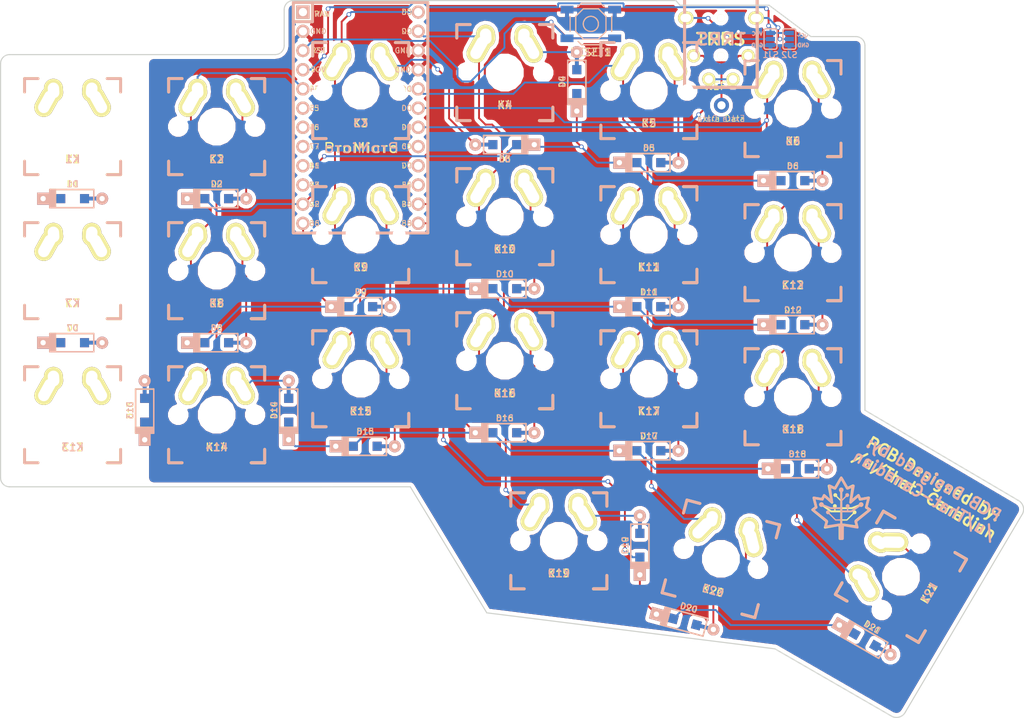
<source format=kicad_pcb>
(kicad_pcb (version 20171130) (host pcbnew 5.1.5)
  (layers (0 F.Cu signal hide) (31 B.Cu signal hide) (34 B.Paste user) (35 F.Paste user) (36 B.SilkS user) (37 F.SilkS user) (38 B.Mask user) (39 F.Mask user) (44 Edge.Cuts user))
  (net 0 "")
  (net 1 "Net-(D1-Pad2)")
  (net 2 /row1)
  (net 3 "Net-(D2-Pad2)")
  (net 4 "Net-(D3-Pad2)")
  (net 5 "Net-(D4-Pad2)")
  (net 6 "Net-(D5-Pad2)")
  (net 7 "Net-(D6-Pad2)")
  (net 8 /row2)
  (net 9 "Net-(D7-Pad2)")
  (net 10 "Net-(D8-Pad2)")
  (net 11 "Net-(D9-Pad2)")
  (net 12 "Net-(D10-Pad2)")
  (net 13 "Net-(D11-Pad2)")
  (net 14 /row3)
  (net 15 "Net-(D12-Pad2)")
  (net 16 "Net-(D13-Pad2)")
  (net 17 "Net-(D14-Pad2)")
  (net 18 "Net-(D15-Pad2)")
  (net 19 "Net-(D16-Pad2)")
  (net 20 /row4)
  (net 21 "Net-(D17-Pad2)")
  (net 22 "Net-(D18-Pad2)")
  (net 23 /col1)
  (net 24 /col2)
  (net 25 /col3)
  (net 26 /col4)
  (net 27 /col5)
  (net 28 /data)
  (net 29 "Net-(K19-Pad2)")
  (net 30 "Net-(K19-Pad1)")
  (net 31 "Net-(K19-Pad4)")
  (net 32 GND)
  (net 33 VCC)
  (net 34 "Net-(U1-Pad1)")
  (net 35 "Net-(U1-Pad6)")
  (net 36 "Net-(U1-Pad7)")
  (net 37 "Net-(U1-Pad8)")
  (net 38 "Net-(U1-Pad9)")
  (net 39 "Net-(U1-Pad10)")
  (net 40 "Net-(U1-Pad22)")
  (net 41 "Net-(U1-Pad21)")
  (net 42 "Net-(U1-Pad20)")
  (net 43 "Net-(RESET1-Pad1)")
  (module canadian_footprints:Mx_Alps_100-dualside (layer F.Cu) (at 87.01875 70.9625)
    (fp_text reference K2 hide)
    (fp_text value KEYSW hide)
    (fp_text user K2 (at 0.00125 4.3075) (layer F.SilkS) (effects (font (thickness 0.2))))
    (fp_text user K2 (at 0.00125 4.3075) (layer B.SilkS) (effects (font (thickness 0.2)) (justify mirror)))
    (pad 1 thru_hole oval (at -2.52 -4.79 3.9) (size 2.5 3.08) (drill oval 1.5 2.08) (layers *.Cu *.Mask F.SilkS) (net 24 /col2))
    (pad 2 thru_hole oval (at 3.405 -3.27 29) (size 2.5 4.17) (drill oval 1.5 3.17) (layers *.Cu *.Mask F.SilkS) (net 3 "Net-(D2-Pad2)"))
    (pad HOLE np_thru_hole circle (at 0 0) (size 3.9878 3.9878) (drill 3.9878) (layers *.Cu))
    (pad HOLE np_thru_hole circle (at -5.08 0) (size 1.7018 1.7018) (drill 1.7018) (layers *.Cu))
    (pad HOLE np_thru_hole circle (at 5.08 0) (size 1.7018 1.7018) (drill 1.7018) (layers *.Cu))
    (pad 1 thru_hole oval (at -3.405 -3.27 331) (size 2.5 4.17) (drill oval 1.5 3.17) (layers *.Cu *.Mask F.SilkS) (net 24 /col2))
    (pad 2 thru_hole oval (at 2.52 -4.79 356.1) (size 2.5 3.08) (drill oval 1.5 2.08) (layers *.Cu *.Mask F.SilkS) (net 3 "Net-(D2-Pad2)"))
  )
  (module canadian_footprints:D_SOD123_axial-dual (layer B.Cu) (at 67.96875 80.4825)
    (fp_text reference D1 (at 0 -1.925) (layer B.SilkS) (effects (font (size 0.8 0.8)) (justify mirror)))
    (fp_text value D hide)
    (fp_text user D1 (at 0.00125 -1.9225) (layer F.SilkS) (effects (font (size 0.8 0.8))))
    (pad 2 smd rect (at 2.7 0) (size 2.5 0.5) (layers B.Cu) (net 1 "Net-(D1-Pad2)"))
    (pad 1 smd rect (at -2.7 0) (size 2.5 0.5) (layers B.Cu) (net 2 /row1))
    (pad 2 thru_hole circle (at 3.9 0) (size 1.6 1.6) (drill 0.7) (layers *.Cu *.Mask B.SilkS) (net 1 "Net-(D1-Pad2)"))
    (pad 1 thru_hole rect (at -3.9 0) (size 1.6 1.6) (drill 0.7) (layers *.Cu *.Mask B.SilkS) (net 2 /row1))
    (pad 1 smd rect (at -1.575 0) (size 1.2 1.2) (layers B.Cu B.Paste B.Mask) (net 2 /row1))
    (pad 2 smd rect (at 1.575 0) (size 1.2 1.2) (layers B.Cu B.Paste B.Mask) (net 1 "Net-(D1-Pad2)"))
    (pad 2 smd rect (at 2.7 0) (size 2.5 0.5) (layers F.Cu) (net 1 "Net-(D1-Pad2)"))
    (pad 2 smd rect (at 1.575 0) (size 1.2 1.2) (layers F.Cu F.Paste F.Mask) (net 1 "Net-(D1-Pad2)"))
    (pad 1 smd rect (at -1.575 0) (size 1.2 1.2) (layers F.Cu F.Paste F.Mask) (net 2 /row1))
    (pad 1 smd rect (at -2.7 0) (size 2.5 0.5) (layers F.Cu) (net 2 /row1))
  )
  (module canadian_footprints:D_SOD123_axial-dual (layer B.Cu) (at 77.5 108.47 90)
    (fp_text reference D13 (at 0 -1.925 90) (layer B.SilkS) (effects (font (size 0.8 0.8)) (justify mirror)))
    (fp_text value D hide)
    (fp_text user D13 (at -0.01 -1.93 90) (layer F.SilkS) (effects (font (size 0.8 0.8))))
    (pad 2 smd rect (at 2.7 0 90) (size 2.5 0.5) (layers B.Cu) (net 13 "Net-(D11-Pad2)"))
    (pad 1 smd rect (at -2.7 0 90) (size 2.5 0.5) (layers B.Cu) (net 14 /row3))
    (pad 2 thru_hole circle (at 3.9 0 90) (size 1.6 1.6) (drill 0.7) (layers *.Cu *.Mask B.SilkS) (net 13 "Net-(D11-Pad2)"))
    (pad 1 thru_hole rect (at -3.9 0 90) (size 1.6 1.6) (drill 0.7) (layers *.Cu *.Mask B.SilkS) (net 14 /row3))
    (pad 1 smd rect (at -1.575 0 90) (size 1.2 1.2) (layers B.Cu B.Paste B.Mask) (net 14 /row3))
    (pad 2 smd rect (at 1.575 0 90) (size 1.2 1.2) (layers B.Cu B.Paste B.Mask) (net 13 "Net-(D11-Pad2)"))
    (pad 2 smd rect (at 2.7 0 90) (size 2.5 0.5) (layers F.Cu) (net 13 "Net-(D11-Pad2)"))
    (pad 2 smd rect (at 1.575 0 90) (size 1.2 1.2) (layers F.Cu F.Paste F.Mask) (net 13 "Net-(D11-Pad2)"))
    (pad 1 smd rect (at -1.575 0 90) (size 1.2 1.2) (layers F.Cu F.Paste F.Mask) (net 14 /row3))
    (pad 1 smd rect (at -2.7 0 90) (size 2.5 0.5) (layers F.Cu) (net 14 /row3))
  )
  (module canadian_footprints:D_SOD123_axial-dual (layer B.Cu) (at 67.96875 99.5325)
    (fp_text reference D7 (at 0 -1.925) (layer B.SilkS) (effects (font (size 0.8 0.8)) (justify mirror)))
    (fp_text value D hide)
    (fp_text user D7 (at 0.00125 -1.9225) (layer F.SilkS) (effects (font (size 0.8 0.8))))
    (pad 1 smd rect (at -2.7 0) (size 2.5 0.5) (layers F.Cu) (net 8 /row2))
    (pad 1 smd rect (at -1.575 0) (size 1.2 1.2) (layers F.Cu F.Paste F.Mask) (net 8 /row2))
    (pad 2 smd rect (at 1.575 0) (size 1.2 1.2) (layers F.Cu F.Paste F.Mask) (net 7 "Net-(D6-Pad2)"))
    (pad 2 smd rect (at 2.7 0) (size 2.5 0.5) (layers F.Cu) (net 7 "Net-(D6-Pad2)"))
    (pad 2 smd rect (at 1.575 0) (size 1.2 1.2) (layers B.Cu B.Paste B.Mask) (net 7 "Net-(D6-Pad2)"))
    (pad 1 smd rect (at -1.575 0) (size 1.2 1.2) (layers B.Cu B.Paste B.Mask) (net 8 /row2))
    (pad 1 thru_hole rect (at -3.9 0) (size 1.6 1.6) (drill 0.7) (layers *.Cu *.Mask B.SilkS) (net 8 /row2))
    (pad 2 thru_hole circle (at 3.9 0) (size 1.6 1.6) (drill 0.7) (layers *.Cu *.Mask B.SilkS) (net 7 "Net-(D6-Pad2)"))
    (pad 1 smd rect (at -2.7 0) (size 2.5 0.5) (layers B.Cu) (net 8 /row2))
    (pad 2 smd rect (at 2.7 0) (size 2.5 0.5) (layers B.Cu) (net 7 "Net-(D6-Pad2)"))
  )
  (module canadian_footprints:Mx_Alps_100-dualside (layer F.Cu) (at 67.96875 70.9625)
    (fp_text reference K1 hide)
    (fp_text value KEYSW hide)
    (fp_text user K1 (at 0.00125 4.3075) (layer F.SilkS) (effects (font (thickness 0.2))))
    (fp_text user K1 (at 0.00125 4.3075) (layer B.SilkS) (effects (font (thickness 0.2)) (justify mirror)))
    (pad 2 thru_hole oval (at 2.52 -4.79 356.1) (size 2.5 3.08) (drill oval 1.5 2.08) (layers *.Cu *.Mask F.SilkS) (net 1 "Net-(D1-Pad2)"))
    (pad 1 thru_hole oval (at -3.405 -3.27 330.95) (size 2.5 4.17) (drill oval 1.5 3.17) (layers *.Cu *.Mask F.SilkS) (net 23 /col1))
    (pad HOLE np_thru_hole circle (at 5.08 0) (size 1.7018 1.7018) (drill 1.7018) (layers *.Cu))
    (pad HOLE np_thru_hole circle (at -5.08 0) (size 1.7018 1.7018) (drill 1.7018) (layers *.Cu))
    (pad HOLE np_thru_hole circle (at 0 0) (size 3.9878 3.9878) (drill 3.9878) (layers *.Cu))
    (pad 2 thru_hole oval (at 3.405 -3.27 29.05) (size 2.5 4.17) (drill oval 1.5 3.17) (layers *.Cu *.Mask F.SilkS) (net 1 "Net-(D1-Pad2)"))
    (pad 1 thru_hole oval (at -2.52 -4.79 3.9) (size 2.5 3.08) (drill oval 1.5 2.08) (layers *.Cu *.Mask F.SilkS) (net 23 /col1))
  )
  (module canadian_footprints:Mx_Alps_100-dualside (layer F.Cu) (at 67.96875 90.0125)
    (fp_text reference K7 hide)
    (fp_text value KEYSW hide)
    (fp_text user K7 (at 0.00125 4.3075) (layer F.SilkS) (effects (font (thickness 0.2))))
    (fp_text user K7 (at 0.00125 4.3075) (layer B.SilkS) (effects (font (thickness 0.2)) (justify mirror)))
    (pad 1 thru_hole oval (at -2.52 -4.79 3.9) (size 2.5 3.08) (drill oval 1.5 2.08) (layers *.Cu *.Mask F.SilkS) (net 23 /col1))
    (pad 2 thru_hole oval (at 3.405 -3.27 29.05) (size 2.5 4.17) (drill oval 1.5 3.17) (layers *.Cu *.Mask F.SilkS) (net 13 "Net-(D11-Pad2)"))
    (pad HOLE np_thru_hole circle (at 0 0) (size 3.9878 3.9878) (drill 3.9878) (layers *.Cu))
    (pad HOLE np_thru_hole circle (at -5.08 0) (size 1.7018 1.7018) (drill 1.7018) (layers *.Cu))
    (pad HOLE np_thru_hole circle (at 5.08 0) (size 1.7018 1.7018) (drill 1.7018) (layers *.Cu))
    (pad 1 thru_hole oval (at -3.405 -3.27 330.95) (size 2.5 4.17) (drill oval 1.5 3.17) (layers *.Cu *.Mask F.SilkS) (net 23 /col1))
    (pad 2 thru_hole oval (at 2.52 -4.79 356.1) (size 2.5 3.08) (drill oval 1.5 2.08) (layers *.Cu *.Mask F.SilkS) (net 13 "Net-(D11-Pad2)"))
  )
  (module canadian_footprints:Mx_Alps_100-dualside (layer F.Cu) (at 67.97 109.06)
    (fp_text reference K13 hide)
    (fp_text value KEYSW hide)
    (fp_text user K13 (at 0 4.3) (layer F.SilkS) (effects (font (thickness 0.2))))
    (fp_text user K13 (at 0 4.3) (layer B.SilkS) (effects (font (thickness 0.2)) (justify mirror)))
    (pad 2 thru_hole oval (at 2.52 -4.79 356.1) (size 2.5 3.08) (drill oval 1.5 2.08) (layers *.Cu *.Mask F.SilkS) (net 13 "Net-(D11-Pad2)"))
    (pad 1 thru_hole oval (at -3.405 -3.27 330.95) (size 2.5 4.17) (drill oval 1.5 3.17) (layers *.Cu *.Mask F.SilkS) (net 23 /col1))
    (pad HOLE np_thru_hole circle (at 5.08 0) (size 1.7018 1.7018) (drill 1.7018) (layers *.Cu))
    (pad HOLE np_thru_hole circle (at -5.08 0) (size 1.7018 1.7018) (drill 1.7018) (layers *.Cu))
    (pad HOLE np_thru_hole circle (at 0 0) (size 3.9878 3.9878) (drill 3.9878) (layers *.Cu))
    (pad 2 thru_hole oval (at 3.405 -3.27 29.05) (size 2.5 4.17) (drill oval 1.5 3.17) (layers *.Cu *.Mask F.SilkS) (net 13 "Net-(D11-Pad2)"))
    (pad 1 thru_hole oval (at -2.52 -4.79 3.9) (size 2.5 3.08) (drill oval 1.5 2.08) (layers *.Cu *.Mask F.SilkS) (net 23 /col1))
  )
  (module canadian_footprints:maple-8mm (layer F.Cu) (at 169.6085 121.412)
    (fp_text reference G*** hide)
    (fp_text value LOGO hide)
  )
  (module Buttons_Switches_SMD:SW_SPST_TL3342 (layer B.Cu) (at 136.5 57.38125)
    (fp_text reference RESET1 (at 0 3.75) (layer B.SilkS) (effects (justify mirror)))
    (fp_text value RESET)
    (pad 1 smd rect (at -3.15 1.9) (size 1.7 1) (layers B.Cu B.Paste B.Mask) (net 43 "Net-(RESET1-Pad1)"))
    (pad 1 smd rect (at 3.15 1.9) (size 1.7 1) (layers B.Cu B.Paste B.Mask) (net 43 "Net-(RESET1-Pad1)"))
    (pad 2 smd rect (at -3.15 -1.9) (size 1.7 1) (layers B.Cu B.Paste B.Mask) (net 32 GND))
    (pad 2 smd rect (at 3.15 -1.9) (size 1.7 1) (layers B.Cu B.Paste B.Mask) (net 32 GND))
  )
  (module Buttons_Switches_SMD:SW_SPST_TL3342 (layer F.Cu) (at 136.5 57.38125 180)
    (fp_text reference RESET1 (at 0 -3.75 180) (layer F.SilkS))
    (fp_text value RESET)
    (pad 1 smd rect (at -3.15 -1.9 180) (size 1.7 1) (layers F.Cu F.Paste F.Mask) (net 43 "Net-(RESET1-Pad1)"))
    (pad 1 smd rect (at 3.15 -1.9 180) (size 1.7 1) (layers F.Cu F.Paste F.Mask) (net 43 "Net-(RESET1-Pad1)"))
    (pad 2 smd rect (at -3.15 1.9 180) (size 1.7 1) (layers F.Cu F.Paste F.Mask) (net 32 GND))
    (pad 2 smd rect (at 3.15 1.9 180) (size 1.7 1) (layers F.Cu F.Paste F.Mask) (net 32 GND))
  )
  (module Wire_Pads:SolderWirePad_single_0-8mmDrill (layer F.Cu) (at 153.7716 68.1482)
    (fp_text reference REF** (at 0 -2.54) (layer F.SilkS))
    (fp_text value SolderWirePad_single_0-8mmDrill)
    (pad 1 thru_hole circle (at 0 0) (size 1.99898 1.99898) (drill 1.0922) (layers *.Cu *.Mask) (net 29 "Net-(K19-Pad2)"))
  )
  (module canadian_footprints:D_SOD123_axial-dual (layer B.Cu) (at 87.01875 80.4875)
    (fp_text reference D2 (at 0 -1.925) (layer B.SilkS) (effects (font (size 0.8 0.8)) (justify mirror)))
    (fp_text value D hide)
    (fp_text user D2 (at 0 -1.9275) (layer F.SilkS) (effects (font (size 0.8 0.8))))
    (pad 1 smd rect (at -2.7 0) (size 2.5 0.5) (layers F.Cu) (net 2 /row1))
    (pad 1 smd rect (at -1.575 0) (size 1.2 1.2) (layers F.Cu F.Paste F.Mask) (net 2 /row1))
    (pad 2 smd rect (at 1.575 0) (size 1.2 1.2) (layers F.Cu F.Paste F.Mask) (net 1 "Net-(D1-Pad2)"))
    (pad 2 smd rect (at 2.7 0) (size 2.5 0.5) (layers F.Cu) (net 1 "Net-(D1-Pad2)"))
    (pad 2 smd rect (at 1.575 0) (size 1.2 1.2) (layers B.Cu B.Paste B.Mask) (net 1 "Net-(D1-Pad2)"))
    (pad 1 smd rect (at -1.575 0) (size 1.2 1.2) (layers B.Cu B.Paste B.Mask) (net 2 /row1))
    (pad 1 thru_hole rect (at -3.9 0) (size 1.6 1.6) (drill 0.7) (layers *.Cu *.Mask B.SilkS) (net 2 /row1))
    (pad 2 thru_hole circle (at 3.9 0) (size 1.6 1.6) (drill 0.7) (layers *.Cu *.Mask B.SilkS) (net 1 "Net-(D1-Pad2)"))
    (pad 1 smd rect (at -2.7 0) (size 2.5 0.5) (layers B.Cu) (net 2 /row1))
    (pad 2 smd rect (at 2.7 0) (size 2.5 0.5) (layers B.Cu) (net 1 "Net-(D1-Pad2)"))
  )
  (module canadian_footprints:D_SOD123_axial-dual (layer B.Cu) (at 125.11875 73.34375 180)
    (fp_text reference D3 (at 0 -1.925 180) (layer B.SilkS) (effects (font (size 0.8 0.8)) (justify mirror)))
    (fp_text value D hide)
    (fp_text user D3 (at -0.00125 -1.91625 180) (layer F.SilkS) (effects (font (size 0.8 0.8))))
    (pad 1 smd rect (at -2.7 0 180) (size 2.5 0.5) (layers F.Cu) (net 2 /row1))
    (pad 1 smd rect (at -1.575 0 180) (size 1.2 1.2) (layers F.Cu F.Paste F.Mask) (net 2 /row1))
    (pad 2 smd rect (at 1.575 0 180) (size 1.2 1.2) (layers F.Cu F.Paste F.Mask) (net 3 "Net-(D2-Pad2)"))
    (pad 2 smd rect (at 2.7 0 180) (size 2.5 0.5) (layers F.Cu) (net 3 "Net-(D2-Pad2)"))
    (pad 2 smd rect (at 1.575 0 180) (size 1.2 1.2) (layers B.Cu B.Paste B.Mask) (net 3 "Net-(D2-Pad2)"))
    (pad 1 smd rect (at -1.575 0 180) (size 1.2 1.2) (layers B.Cu B.Paste B.Mask) (net 2 /row1))
    (pad 1 thru_hole rect (at -3.9 0 180) (size 1.6 1.6) (drill 0.7) (layers *.Cu *.Mask B.SilkS) (net 2 /row1))
    (pad 2 thru_hole circle (at 3.9 0 180) (size 1.6 1.6) (drill 0.7) (layers *.Cu *.Mask B.SilkS) (net 3 "Net-(D2-Pad2)"))
    (pad 1 smd rect (at -2.7 0 180) (size 2.5 0.5) (layers B.Cu) (net 2 /row1))
    (pad 2 smd rect (at 2.7 0 180) (size 2.5 0.5) (layers B.Cu) (net 3 "Net-(D2-Pad2)"))
  )
  (module canadian_footprints:D_SOD123_axial-dual (layer B.Cu) (at 134.64375 65.009375 90)
    (fp_text reference D4 (at 0 -1.925 90) (layer B.SilkS) (effects (font (size 0.8 0.8)) (justify mirror)))
    (fp_text value D hide)
    (fp_text user D4 (at -0.010625 -1.92375 90) (layer F.SilkS) (effects (font (size 0.8 0.8))))
    (pad 1 smd rect (at -2.7 0 90) (size 2.5 0.5) (layers F.Cu) (net 2 /row1))
    (pad 1 smd rect (at -1.575 0 90) (size 1.2 1.2) (layers F.Cu F.Paste F.Mask) (net 2 /row1))
    (pad 2 smd rect (at 1.575 0 90) (size 1.2 1.2) (layers F.Cu F.Paste F.Mask) (net 4 "Net-(D3-Pad2)"))
    (pad 2 smd rect (at 2.7 0 90) (size 2.5 0.5) (layers F.Cu) (net 4 "Net-(D3-Pad2)"))
    (pad 2 smd rect (at 1.575 0 90) (size 1.2 1.2) (layers B.Cu B.Paste B.Mask) (net 4 "Net-(D3-Pad2)"))
    (pad 1 smd rect (at -1.575 0 90) (size 1.2 1.2) (layers B.Cu B.Paste B.Mask) (net 2 /row1))
    (pad 1 thru_hole rect (at -3.9 0 90) (size 1.6 1.6) (drill 0.7) (layers *.Cu *.Mask B.SilkS) (net 2 /row1))
    (pad 2 thru_hole circle (at 3.9 0 90) (size 1.6 1.6) (drill 0.7) (layers *.Cu *.Mask B.SilkS) (net 4 "Net-(D3-Pad2)"))
    (pad 1 smd rect (at -2.7 0 90) (size 2.5 0.5) (layers B.Cu) (net 2 /row1))
    (pad 2 smd rect (at 2.7 0 90) (size 2.5 0.5) (layers B.Cu) (net 4 "Net-(D3-Pad2)"))
  )
  (module canadian_footprints:D_SOD123_axial-dual (layer B.Cu) (at 144.16875 75.725)
    (fp_text reference D5 (at 0 -1.925) (layer B.SilkS) (effects (font (size 0.8 0.8)) (justify mirror)))
    (fp_text value D hide)
    (fp_text user D5 (at 0.01125 -1.925) (layer F.SilkS) (effects (font (size 0.8 0.8))))
    (pad 1 smd rect (at -2.7 0) (size 2.5 0.5) (layers F.Cu) (net 2 /row1))
    (pad 1 smd rect (at -1.575 0) (size 1.2 1.2) (layers F.Cu F.Paste F.Mask) (net 2 /row1))
    (pad 2 smd rect (at 1.575 0) (size 1.2 1.2) (layers F.Cu F.Paste F.Mask) (net 5 "Net-(D4-Pad2)"))
    (pad 2 smd rect (at 2.7 0) (size 2.5 0.5) (layers F.Cu) (net 5 "Net-(D4-Pad2)"))
    (pad 2 smd rect (at 1.575 0) (size 1.2 1.2) (layers B.Cu B.Paste B.Mask) (net 5 "Net-(D4-Pad2)"))
    (pad 1 smd rect (at -1.575 0) (size 1.2 1.2) (layers B.Cu B.Paste B.Mask) (net 2 /row1))
    (pad 1 thru_hole rect (at -3.9 0) (size 1.6 1.6) (drill 0.7) (layers *.Cu *.Mask B.SilkS) (net 2 /row1))
    (pad 2 thru_hole circle (at 3.9 0) (size 1.6 1.6) (drill 0.7) (layers *.Cu *.Mask B.SilkS) (net 5 "Net-(D4-Pad2)"))
    (pad 1 smd rect (at -2.7 0) (size 2.5 0.5) (layers B.Cu) (net 2 /row1))
    (pad 2 smd rect (at 2.7 0) (size 2.5 0.5) (layers B.Cu) (net 5 "Net-(D4-Pad2)"))
  )
  (module canadian_footprints:D_SOD123_axial-dual (layer B.Cu) (at 163.21875 78.10625)
    (fp_text reference D6 (at 0 -1.925) (layer B.SilkS) (effects (font (size 0.8 0.8)) (justify mirror)))
    (fp_text value D hide)
    (fp_text user D6 (at -0.01875 -1.92625) (layer F.SilkS) (effects (font (size 0.8 0.8))))
    (pad 1 smd rect (at -2.7 0) (size 2.5 0.5) (layers F.Cu) (net 2 /row1))
    (pad 1 smd rect (at -1.575 0) (size 1.2 1.2) (layers F.Cu F.Paste F.Mask) (net 2 /row1))
    (pad 2 smd rect (at 1.575 0) (size 1.2 1.2) (layers F.Cu F.Paste F.Mask) (net 6 "Net-(D5-Pad2)"))
    (pad 2 smd rect (at 2.7 0) (size 2.5 0.5) (layers F.Cu) (net 6 "Net-(D5-Pad2)"))
    (pad 2 smd rect (at 1.575 0) (size 1.2 1.2) (layers B.Cu B.Paste B.Mask) (net 6 "Net-(D5-Pad2)"))
    (pad 1 smd rect (at -1.575 0) (size 1.2 1.2) (layers B.Cu B.Paste B.Mask) (net 2 /row1))
    (pad 1 thru_hole rect (at -3.9 0) (size 1.6 1.6) (drill 0.7) (layers *.Cu *.Mask B.SilkS) (net 2 /row1))
    (pad 2 thru_hole circle (at 3.9 0) (size 1.6 1.6) (drill 0.7) (layers *.Cu *.Mask B.SilkS) (net 6 "Net-(D5-Pad2)"))
    (pad 1 smd rect (at -2.7 0) (size 2.5 0.5) (layers B.Cu) (net 2 /row1))
    (pad 2 smd rect (at 2.7 0) (size 2.5 0.5) (layers B.Cu) (net 6 "Net-(D5-Pad2)"))
  )
  (module canadian_footprints:D_SOD123_axial-dual (layer B.Cu) (at 87.01875 99.5375)
    (fp_text reference D8 (at 0 -1.925) (layer B.SilkS) (effects (font (size 0.8 0.8)) (justify mirror)))
    (fp_text value D hide)
    (fp_text user D8 (at 0.00125 -1.9275) (layer F.SilkS) (effects (font (size 0.8 0.8))))
    (pad 1 smd rect (at -2.7 0) (size 2.5 0.5) (layers F.Cu) (net 8 /row2))
    (pad 1 smd rect (at -1.575 0) (size 1.2 1.2) (layers F.Cu F.Paste F.Mask) (net 8 /row2))
    (pad 2 smd rect (at 1.575 0) (size 1.2 1.2) (layers F.Cu F.Paste F.Mask) (net 7 "Net-(D6-Pad2)"))
    (pad 2 smd rect (at 2.7 0) (size 2.5 0.5) (layers F.Cu) (net 7 "Net-(D6-Pad2)"))
    (pad 2 smd rect (at 1.575 0) (size 1.2 1.2) (layers B.Cu B.Paste B.Mask) (net 7 "Net-(D6-Pad2)"))
    (pad 1 smd rect (at -1.575 0) (size 1.2 1.2) (layers B.Cu B.Paste B.Mask) (net 8 /row2))
    (pad 1 thru_hole rect (at -3.9 0) (size 1.6 1.6) (drill 0.7) (layers *.Cu *.Mask B.SilkS) (net 8 /row2))
    (pad 2 thru_hole circle (at 3.9 0) (size 1.6 1.6) (drill 0.7) (layers *.Cu *.Mask B.SilkS) (net 7 "Net-(D6-Pad2)"))
    (pad 1 smd rect (at -2.7 0) (size 2.5 0.5) (layers B.Cu) (net 8 /row2))
    (pad 2 smd rect (at 2.7 0) (size 2.5 0.5) (layers B.Cu) (net 7 "Net-(D6-Pad2)"))
  )
  (module canadian_footprints:D_SOD123_axial-dual (layer B.Cu) (at 106.06875 94.775)
    (fp_text reference D9 (at 0 -1.925) (layer B.SilkS) (effects (font (size 0.8 0.8)) (justify mirror)))
    (fp_text value D hide)
    (fp_text user D9 (at 0 -1.925) (layer F.SilkS) (effects (font (size 0.8 0.8))))
    (pad 1 smd rect (at -2.7 0) (size 2.5 0.5) (layers F.Cu) (net 8 /row2))
    (pad 1 smd rect (at -1.575 0) (size 1.2 1.2) (layers F.Cu F.Paste F.Mask) (net 8 /row2))
    (pad 2 smd rect (at 1.575 0) (size 1.2 1.2) (layers F.Cu F.Paste F.Mask) (net 9 "Net-(D7-Pad2)"))
    (pad 2 smd rect (at 2.7 0) (size 2.5 0.5) (layers F.Cu) (net 9 "Net-(D7-Pad2)"))
    (pad 2 smd rect (at 1.575 0) (size 1.2 1.2) (layers B.Cu B.Paste B.Mask) (net 9 "Net-(D7-Pad2)"))
    (pad 1 smd rect (at -1.575 0) (size 1.2 1.2) (layers B.Cu B.Paste B.Mask) (net 8 /row2))
    (pad 1 thru_hole rect (at -3.9 0) (size 1.6 1.6) (drill 0.7) (layers *.Cu *.Mask B.SilkS) (net 8 /row2))
    (pad 2 thru_hole circle (at 3.9 0) (size 1.6 1.6) (drill 0.7) (layers *.Cu *.Mask B.SilkS) (net 9 "Net-(D7-Pad2)"))
    (pad 1 smd rect (at -2.7 0) (size 2.5 0.5) (layers B.Cu) (net 8 /row2))
    (pad 2 smd rect (at 2.7 0) (size 2.5 0.5) (layers B.Cu) (net 9 "Net-(D7-Pad2)"))
  )
  (module canadian_footprints:D_SOD123_axial-dual (layer B.Cu) (at 125.11875 92.39375)
    (fp_text reference D10 (at 0 -1.925) (layer B.SilkS) (effects (font (size 0.8 0.8)) (justify mirror)))
    (fp_text value D hide)
    (fp_text user D10 (at 0 -1.93375) (layer F.SilkS) (effects (font (size 0.8 0.8))))
    (pad 1 smd rect (at -2.7 0) (size 2.5 0.5) (layers F.Cu) (net 8 /row2))
    (pad 1 smd rect (at -1.575 0) (size 1.2 1.2) (layers F.Cu F.Paste F.Mask) (net 8 /row2))
    (pad 2 smd rect (at 1.575 0) (size 1.2 1.2) (layers F.Cu F.Paste F.Mask) (net 10 "Net-(D8-Pad2)"))
    (pad 2 smd rect (at 2.7 0) (size 2.5 0.5) (layers F.Cu) (net 10 "Net-(D8-Pad2)"))
    (pad 2 smd rect (at 1.575 0) (size 1.2 1.2) (layers B.Cu B.Paste B.Mask) (net 10 "Net-(D8-Pad2)"))
    (pad 1 smd rect (at -1.575 0) (size 1.2 1.2) (layers B.Cu B.Paste B.Mask) (net 8 /row2))
    (pad 1 thru_hole rect (at -3.9 0) (size 1.6 1.6) (drill 0.7) (layers *.Cu *.Mask B.SilkS) (net 8 /row2))
    (pad 2 thru_hole circle (at 3.9 0) (size 1.6 1.6) (drill 0.7) (layers *.Cu *.Mask B.SilkS) (net 10 "Net-(D8-Pad2)"))
    (pad 1 smd rect (at -2.7 0) (size 2.5 0.5) (layers B.Cu) (net 8 /row2))
    (pad 2 smd rect (at 2.7 0) (size 2.5 0.5) (layers B.Cu) (net 10 "Net-(D8-Pad2)"))
  )
  (module canadian_footprints:D_SOD123_axial-dual (layer B.Cu) (at 144.16875 94.775)
    (fp_text reference D11 (at 0 -1.925) (layer B.SilkS) (effects (font (size 0.8 0.8)) (justify mirror)))
    (fp_text value D hide)
    (fp_text user D11 (at 0.00125 -1.925) (layer F.SilkS) (effects (font (size 0.8 0.8))))
    (pad 1 smd rect (at -2.7 0) (size 2.5 0.5) (layers F.Cu) (net 8 /row2))
    (pad 1 smd rect (at -1.575 0) (size 1.2 1.2) (layers F.Cu F.Paste F.Mask) (net 8 /row2))
    (pad 2 smd rect (at 1.575 0) (size 1.2 1.2) (layers F.Cu F.Paste F.Mask) (net 11 "Net-(D9-Pad2)"))
    (pad 2 smd rect (at 2.7 0) (size 2.5 0.5) (layers F.Cu) (net 11 "Net-(D9-Pad2)"))
    (pad 2 smd rect (at 1.575 0) (size 1.2 1.2) (layers B.Cu B.Paste B.Mask) (net 11 "Net-(D9-Pad2)"))
    (pad 1 smd rect (at -1.575 0) (size 1.2 1.2) (layers B.Cu B.Paste B.Mask) (net 8 /row2))
    (pad 1 thru_hole rect (at -3.9 0) (size 1.6 1.6) (drill 0.7) (layers *.Cu *.Mask B.SilkS) (net 8 /row2))
    (pad 2 thru_hole circle (at 3.9 0) (size 1.6 1.6) (drill 0.7) (layers *.Cu *.Mask B.SilkS) (net 11 "Net-(D9-Pad2)"))
    (pad 1 smd rect (at -2.7 0) (size 2.5 0.5) (layers B.Cu) (net 8 /row2))
    (pad 2 smd rect (at 2.7 0) (size 2.5 0.5) (layers B.Cu) (net 11 "Net-(D9-Pad2)"))
  )
  (module canadian_footprints:D_SOD123_axial-dual (layer B.Cu) (at 163.21875 97.15625)
    (fp_text reference D12 (at 0 -1.925) (layer B.SilkS) (effects (font (size 0.8 0.8)) (justify mirror)))
    (fp_text value D hide)
    (fp_text user D12 (at 0 -1.92625) (layer F.SilkS) (effects (font (size 0.8 0.8))))
    (pad 1 smd rect (at -2.7 0) (size 2.5 0.5) (layers F.Cu) (net 8 /row2))
    (pad 1 smd rect (at -1.575 0) (size 1.2 1.2) (layers F.Cu F.Paste F.Mask) (net 8 /row2))
    (pad 2 smd rect (at 1.575 0) (size 1.2 1.2) (layers F.Cu F.Paste F.Mask) (net 12 "Net-(D10-Pad2)"))
    (pad 2 smd rect (at 2.7 0) (size 2.5 0.5) (layers F.Cu) (net 12 "Net-(D10-Pad2)"))
    (pad 2 smd rect (at 1.575 0) (size 1.2 1.2) (layers B.Cu B.Paste B.Mask) (net 12 "Net-(D10-Pad2)"))
    (pad 1 smd rect (at -1.575 0) (size 1.2 1.2) (layers B.Cu B.Paste B.Mask) (net 8 /row2))
    (pad 1 thru_hole rect (at -3.9 0) (size 1.6 1.6) (drill 0.7) (layers *.Cu *.Mask B.SilkS) (net 8 /row2))
    (pad 2 thru_hole circle (at 3.9 0) (size 1.6 1.6) (drill 0.7) (layers *.Cu *.Mask B.SilkS) (net 12 "Net-(D10-Pad2)"))
    (pad 1 smd rect (at -2.7 0) (size 2.5 0.5) (layers B.Cu) (net 8 /row2))
    (pad 2 smd rect (at 2.7 0) (size 2.5 0.5) (layers B.Cu) (net 12 "Net-(D10-Pad2)"))
  )
  (module canadian_footprints:D_SOD123_axial-dual (layer B.Cu) (at 96.54375 108.467188 90)
    (fp_text reference D14 (at 0 -1.925 90) (layer B.SilkS) (effects (font (size 0.8 0.8)) (justify mirror)))
    (fp_text value D hide)
    (fp_text user D14 (at 0 -1.92375 90) (layer F.SilkS) (effects (font (size 0.8 0.8))))
    (pad 1 smd rect (at -2.7 0 90) (size 2.5 0.5) (layers F.Cu) (net 14 /row3))
    (pad 1 smd rect (at -1.575 0 90) (size 1.2 1.2) (layers F.Cu F.Paste F.Mask) (net 14 /row3))
    (pad 2 smd rect (at 1.575 0 90) (size 1.2 1.2) (layers F.Cu F.Paste F.Mask) (net 13 "Net-(D11-Pad2)"))
    (pad 2 smd rect (at 2.7 0 90) (size 2.5 0.5) (layers F.Cu) (net 13 "Net-(D11-Pad2)"))
    (pad 2 smd rect (at 1.575 0 90) (size 1.2 1.2) (layers B.Cu B.Paste B.Mask) (net 13 "Net-(D11-Pad2)"))
    (pad 1 smd rect (at -1.575 0 90) (size 1.2 1.2) (layers B.Cu B.Paste B.Mask) (net 14 /row3))
    (pad 1 thru_hole rect (at -3.9 0 90) (size 1.6 1.6) (drill 0.7) (layers *.Cu *.Mask B.SilkS) (net 14 /row3))
    (pad 2 thru_hole circle (at 3.9 0 90) (size 1.6 1.6) (drill 0.7) (layers *.Cu *.Mask B.SilkS) (net 13 "Net-(D11-Pad2)"))
    (pad 1 smd rect (at -2.7 0 90) (size 2.5 0.5) (layers B.Cu) (net 14 /row3))
    (pad 2 smd rect (at 2.7 0 90) (size 2.5 0.5) (layers B.Cu) (net 13 "Net-(D11-Pad2)"))
  )
  (module canadian_footprints:D_SOD123_axial-dual (layer B.Cu) (at 106.664063 113.229688)
    (fp_text reference D15 (at 0 -1.925) (layer B.SilkS) (effects (font (size 0.8 0.8)) (justify mirror)))
    (fp_text value D hide)
    (fp_text user D15 (at 0 -1.929688) (layer F.SilkS) (effects (font (size 0.8 0.8))))
    (pad 1 smd rect (at -2.7 0) (size 2.5 0.5) (layers F.Cu) (net 14 /row3))
    (pad 1 smd rect (at -1.575 0) (size 1.2 1.2) (layers F.Cu F.Paste F.Mask) (net 14 /row3))
    (pad 2 smd rect (at 1.575 0) (size 1.2 1.2) (layers F.Cu F.Paste F.Mask) (net 15 "Net-(D12-Pad2)"))
    (pad 2 smd rect (at 2.7 0) (size 2.5 0.5) (layers F.Cu) (net 15 "Net-(D12-Pad2)"))
    (pad 2 smd rect (at 1.575 0) (size 1.2 1.2) (layers B.Cu B.Paste B.Mask) (net 15 "Net-(D12-Pad2)"))
    (pad 1 smd rect (at -1.575 0) (size 1.2 1.2) (layers B.Cu B.Paste B.Mask) (net 14 /row3))
    (pad 1 thru_hole rect (at -3.9 0) (size 1.6 1.6) (drill 0.7) (layers *.Cu *.Mask B.SilkS) (net 14 /row3))
    (pad 2 thru_hole circle (at 3.9 0) (size 1.6 1.6) (drill 0.7) (layers *.Cu *.Mask B.SilkS) (net 15 "Net-(D12-Pad2)"))
    (pad 1 smd rect (at -2.7 0) (size 2.5 0.5) (layers B.Cu) (net 14 /row3))
    (pad 2 smd rect (at 2.7 0) (size 2.5 0.5) (layers B.Cu) (net 15 "Net-(D12-Pad2)"))
  )
  (module canadian_footprints:D_SOD123_axial-dual (layer B.Cu) (at 125.11875 111.44375)
    (fp_text reference D16 (at 0 -1.925) (layer B.SilkS) (effects (font (size 0.8 0.8)) (justify mirror)))
    (fp_text value D hide)
    (fp_text user D16 (at -0.00875 -1.92375) (layer F.SilkS) (effects (font (size 0.8 0.8))))
    (pad 1 smd rect (at -2.7 0) (size 2.5 0.5) (layers F.Cu) (net 14 /row3))
    (pad 1 smd rect (at -1.575 0) (size 1.2 1.2) (layers F.Cu F.Paste F.Mask) (net 14 /row3))
    (pad 2 smd rect (at 1.575 0) (size 1.2 1.2) (layers F.Cu F.Paste F.Mask) (net 16 "Net-(D13-Pad2)"))
    (pad 2 smd rect (at 2.7 0) (size 2.5 0.5) (layers F.Cu) (net 16 "Net-(D13-Pad2)"))
    (pad 2 smd rect (at 1.575 0) (size 1.2 1.2) (layers B.Cu B.Paste B.Mask) (net 16 "Net-(D13-Pad2)"))
    (pad 1 smd rect (at -1.575 0) (size 1.2 1.2) (layers B.Cu B.Paste B.Mask) (net 14 /row3))
    (pad 1 thru_hole rect (at -3.9 0) (size 1.6 1.6) (drill 0.7) (layers *.Cu *.Mask B.SilkS) (net 14 /row3))
    (pad 2 thru_hole circle (at 3.9 0) (size 1.6 1.6) (drill 0.7) (layers *.Cu *.Mask B.SilkS) (net 16 "Net-(D13-Pad2)"))
    (pad 1 smd rect (at -2.7 0) (size 2.5 0.5) (layers B.Cu) (net 14 /row3))
    (pad 2 smd rect (at 2.7 0) (size 2.5 0.5) (layers B.Cu) (net 16 "Net-(D13-Pad2)"))
  )
  (module canadian_footprints:D_SOD123_axial-dual (layer B.Cu) (at 144.16875 113.825)
    (fp_text reference D17 (at 0 -1.925) (layer B.SilkS) (effects (font (size 0.8 0.8)) (justify mirror)))
    (fp_text value D hide)
    (fp_text user D17 (at 0 -1.925) (layer F.SilkS) (effects (font (size 0.8 0.8))))
    (pad 1 smd rect (at -2.7 0) (size 2.5 0.5) (layers F.Cu) (net 14 /row3))
    (pad 1 smd rect (at -1.575 0) (size 1.2 1.2) (layers F.Cu F.Paste F.Mask) (net 14 /row3))
    (pad 2 smd rect (at 1.575 0) (size 1.2 1.2) (layers F.Cu F.Paste F.Mask) (net 17 "Net-(D14-Pad2)"))
    (pad 2 smd rect (at 2.7 0) (size 2.5 0.5) (layers F.Cu) (net 17 "Net-(D14-Pad2)"))
    (pad 2 smd rect (at 1.575 0) (size 1.2 1.2) (layers B.Cu B.Paste B.Mask) (net 17 "Net-(D14-Pad2)"))
    (pad 1 smd rect (at -1.575 0) (size 1.2 1.2) (layers B.Cu B.Paste B.Mask) (net 14 /row3))
    (pad 1 thru_hole rect (at -3.9 0) (size 1.6 1.6) (drill 0.7) (layers *.Cu *.Mask B.SilkS) (net 14 /row3))
    (pad 2 thru_hole circle (at 3.9 0) (size 1.6 1.6) (drill 0.7) (layers *.Cu *.Mask B.SilkS) (net 17 "Net-(D14-Pad2)"))
    (pad 1 smd rect (at -2.7 0) (size 2.5 0.5) (layers B.Cu) (net 14 /row3))
    (pad 2 smd rect (at 2.7 0) (size 2.5 0.5) (layers B.Cu) (net 17 "Net-(D14-Pad2)"))
  )
  (module canadian_footprints:D_SOD123_axial-dual (layer B.Cu) (at 163.814063 116.20625)
    (fp_text reference D18 (at 0 -1.925) (layer B.SilkS) (effects (font (size 0.8 0.8)) (justify mirror)))
    (fp_text value D hide)
    (fp_text user D18 (at -0.004063 -1.92625) (layer F.SilkS) (effects (font (size 0.8 0.8))))
    (pad 1 smd rect (at -2.7 0) (size 2.5 0.5) (layers F.Cu) (net 14 /row3))
    (pad 1 smd rect (at -1.575 0) (size 1.2 1.2) (layers F.Cu F.Paste F.Mask) (net 14 /row3))
    (pad 2 smd rect (at 1.575 0) (size 1.2 1.2) (layers F.Cu F.Paste F.Mask) (net 18 "Net-(D15-Pad2)"))
    (pad 2 smd rect (at 2.7 0) (size 2.5 0.5) (layers F.Cu) (net 18 "Net-(D15-Pad2)"))
    (pad 2 smd rect (at 1.575 0) (size 1.2 1.2) (layers B.Cu B.Paste B.Mask) (net 18 "Net-(D15-Pad2)"))
    (pad 1 smd rect (at -1.575 0) (size 1.2 1.2) (layers B.Cu B.Paste B.Mask) (net 14 /row3))
    (pad 1 thru_hole rect (at -3.9 0) (size 1.6 1.6) (drill 0.7) (layers *.Cu *.Mask B.SilkS) (net 14 /row3))
    (pad 2 thru_hole circle (at 3.9 0) (size 1.6 1.6) (drill 0.7) (layers *.Cu *.Mask B.SilkS) (net 18 "Net-(D15-Pad2)"))
    (pad 1 smd rect (at -2.7 0) (size 2.5 0.5) (layers B.Cu) (net 14 /row3))
    (pad 2 smd rect (at 2.7 0) (size 2.5 0.5) (layers B.Cu) (net 18 "Net-(D15-Pad2)"))
  )
  (module canadian_footprints:D_SOD123_axial-dual (layer B.Cu) (at 142.978125 126.326563 90)
    (fp_text reference D19 (at 0 -1.925 90) (layer B.SilkS) (effects (font (size 0.8 0.8)) (justify mirror)))
    (fp_text value D hide)
    (fp_text user D19 (at -0.013437 -1.928125 90) (layer F.SilkS) (effects (font (size 0.8 0.8))))
    (pad 1 smd rect (at -2.7 0 90) (size 2.5 0.5) (layers F.Cu) (net 20 /row4))
    (pad 1 smd rect (at -1.575 0 90) (size 1.2 1.2) (layers F.Cu F.Paste F.Mask) (net 20 /row4))
    (pad 2 smd rect (at 1.575 0 90) (size 1.2 1.2) (layers F.Cu F.Paste F.Mask) (net 19 "Net-(D16-Pad2)"))
    (pad 2 smd rect (at 2.7 0 90) (size 2.5 0.5) (layers F.Cu) (net 19 "Net-(D16-Pad2)"))
    (pad 2 smd rect (at 1.575 0 90) (size 1.2 1.2) (layers B.Cu B.Paste B.Mask) (net 19 "Net-(D16-Pad2)"))
    (pad 1 smd rect (at -1.575 0 90) (size 1.2 1.2) (layers B.Cu B.Paste B.Mask) (net 20 /row4))
    (pad 1 thru_hole rect (at -3.9 0 90) (size 1.6 1.6) (drill 0.7) (layers *.Cu *.Mask B.SilkS) (net 20 /row4))
    (pad 2 thru_hole circle (at 3.9 0 90) (size 1.6 1.6) (drill 0.7) (layers *.Cu *.Mask B.SilkS) (net 19 "Net-(D16-Pad2)"))
    (pad 1 smd rect (at -2.7 0 90) (size 2.5 0.5) (layers B.Cu) (net 20 /row4))
    (pad 2 smd rect (at 2.7 0 90) (size 2.5 0.5) (layers B.Cu) (net 19 "Net-(D16-Pad2)"))
  )
  (module canadian_footprints:D_SOD123_axial-dual (layer B.Cu) (at 148.93125 136.446875 345)
    (fp_text reference D20 (at 0 -1.925 345) (layer B.SilkS) (effects (font (size 0.8 0.8)) (justify mirror)))
    (fp_text value D hide)
    (fp_text user D20 (at 0.020479 -1.927866 345) (layer F.SilkS) (effects (font (size 0.8 0.8))))
    (pad 1 smd rect (at -2.7 0 345) (size 2.5 0.5) (layers F.Cu) (net 20 /row4))
    (pad 1 smd rect (at -1.575 0 345) (size 1.2 1.2) (layers F.Cu F.Paste F.Mask) (net 20 /row4))
    (pad 2 smd rect (at 1.575 0 345) (size 1.2 1.2) (layers F.Cu F.Paste F.Mask) (net 21 "Net-(D17-Pad2)"))
    (pad 2 smd rect (at 2.7 0 345) (size 2.5 0.5) (layers F.Cu) (net 21 "Net-(D17-Pad2)"))
    (pad 2 smd rect (at 1.575 0 345) (size 1.2 1.2) (layers B.Cu B.Paste B.Mask) (net 21 "Net-(D17-Pad2)"))
    (pad 1 smd rect (at -1.575 0 345) (size 1.2 1.2) (layers B.Cu B.Paste B.Mask) (net 20 /row4))
    (pad 1 thru_hole rect (at -3.9 0 345) (size 1.6 1.6) (drill 0.7) (layers *.Cu *.Mask B.SilkS) (net 20 /row4))
    (pad 2 thru_hole circle (at 3.9 0 345) (size 1.6 1.6) (drill 0.7) (layers *.Cu *.Mask B.SilkS) (net 21 "Net-(D17-Pad2)"))
    (pad 1 smd rect (at -2.7 0 345) (size 2.5 0.5) (layers B.Cu) (net 20 /row4))
    (pad 2 smd rect (at 2.7 0 345) (size 2.5 0.5) (layers B.Cu) (net 21 "Net-(D17-Pad2)"))
  )
  (module canadian_footprints:D_SOD123_axial-dual (layer B.Cu) (at 172.74375 138.828125 330)
    (fp_text reference D21 (at 0 -1.925 330) (layer B.SilkS) (effects (font (size 0.8 0.8)) (justify mirror)))
    (fp_text value D hide)
    (fp_text user D21 (at -0.005926 -1.922764 330) (layer F.SilkS) (effects (font (size 0.8 0.8))))
    (pad 2 smd rect (at 2.7 0 330) (size 2.5 0.5) (layers B.Cu) (net 22 "Net-(D18-Pad2)"))
    (pad 1 smd rect (at -2.7 0 330) (size 2.5 0.5) (layers B.Cu) (net 20 /row4))
    (pad 2 thru_hole circle (at 3.9 0 330) (size 1.6 1.6) (drill 0.7) (layers *.Cu *.Mask B.SilkS) (net 22 "Net-(D18-Pad2)"))
    (pad 1 thru_hole rect (at -3.9 0 330) (size 1.6 1.6) (drill 0.7) (layers *.Cu *.Mask B.SilkS) (net 20 /row4))
    (pad 1 smd rect (at -1.575 0 330) (size 1.2 1.2) (layers B.Cu B.Paste B.Mask) (net 20 /row4))
    (pad 2 smd rect (at 1.575 0 330) (size 1.2 1.2) (layers B.Cu B.Paste B.Mask) (net 22 "Net-(D18-Pad2)"))
    (pad 2 smd rect (at 2.7 0 330) (size 2.5 0.5) (layers F.Cu) (net 22 "Net-(D18-Pad2)"))
    (pad 2 smd rect (at 1.575 0 330) (size 1.2 1.2) (layers F.Cu F.Paste F.Mask) (net 22 "Net-(D18-Pad2)"))
    (pad 1 smd rect (at -1.575 0 330) (size 1.2 1.2) (layers F.Cu F.Paste F.Mask) (net 20 /row4))
    (pad 1 smd rect (at -2.7 0 330) (size 2.5 0.5) (layers F.Cu) (net 20 /row4))
  )
  (module canadian_footprints:Mx_Alps_175-dualside (layer F.Cu) (at 177.50625 130.49375 60)
    (fp_text reference K21 hide)
    (fp_text value KEYSW hide)
    (fp_text user K21 (at -0.010615 4.301615 60) (layer F.SilkS) (effects (font (thickness 0.2))))
    (fp_text user K21 (at -0.010615 4.301615 60) (layer B.SilkS) (effects (font (thickness 0.2)) (justify mirror)))
    (pad 1 thru_hole oval (at -2.52 -4.79 63.9) (size 2.5 3.08) (drill oval 1.5 2.08) (layers *.Cu *.Mask F.SilkS) (net 27 /col5))
    (pad 2 thru_hole oval (at 3.405 -3.27 89.05) (size 2.5 4.17) (drill oval 1.5 3.17) (layers *.Cu *.Mask F.SilkS) (net 22 "Net-(D18-Pad2)"))
    (pad HOLE np_thru_hole circle (at 0 0 60) (size 3.9878 3.9878) (drill 3.9878) (layers *.Cu))
    (pad HOLE np_thru_hole circle (at -5.08 0 60) (size 1.7018 1.7018) (drill 1.7018) (layers *.Cu))
    (pad HOLE np_thru_hole circle (at 5.08 0 60) (size 1.7018 1.7018) (drill 1.7018) (layers *.Cu))
    (pad 1 thru_hole oval (at -3.405 -3.27 30.95) (size 2.5 4.17) (drill oval 1.5 3.17) (layers *.Cu *.Mask F.SilkS) (net 27 /col5))
    (pad 2 thru_hole oval (at 2.52 -4.79 56.1) (size 2.5 3.08) (drill oval 1.5 2.08) (layers *.Cu *.Mask F.SilkS) (net 22 "Net-(D18-Pad2)"))
  )
  (module canadian_footprints:4pin35mmAudio-dualsided (layer F.Cu) (at 153.69375 53.698438 270)
    (fp_text reference K22 hide)
    (fp_text value TRRS (at 5.715 0) (layer F.SilkS) (effects (font (size 1.524 1.778) (thickness 0.3048))))
    (fp_text user TRRS (at 5.715 0) (layer B.SilkS) (effects (font (size 1.524 1.778) (thickness 0.3048)) (justify mirror)))
    (pad 3 thru_hole circle (at 10.9982 1.6002 90) (size 1.7526 1.7526) (drill 1.0922) (layers *.Cu *.Mask F.SilkS) (net 28 /data))
    (pad 2 thru_hole circle (at 7.8994 -3.6068 90) (size 1.7526 1.7526) (drill 1.0922) (layers *.Cu *.Mask F.SilkS) (net 29 "Net-(K19-Pad2)"))
    (pad 1 thru_hole oval (at 2.8956 -4.6482 270) (size 1.7526 2.0574) (drill oval 1.0922 1.397) (layers *.Cu *.Mask F.SilkS) (net 30 "Net-(K19-Pad1)"))
    (pad 2 thru_hole circle (at 7.8994 3.6068 270) (size 1.7526 1.7526) (drill 1.0922) (layers *.Cu *.Mask F.SilkS) (net 29 "Net-(K19-Pad2)"))
    (pad 3 thru_hole circle (at 10.9982 -1.6002 270) (size 1.7526 1.7526) (drill 1.0922) (layers *.Cu *.Mask F.SilkS) (net 28 /data))
    (pad 4 thru_hole oval (at 2.8956 4.6482 270) (size 1.7526 2.0574) (drill oval 1.0922 1.397) (layers *.Cu *.Mask F.SilkS) (net 31 "Net-(K19-Pad4)"))
    (pad HOLE np_thru_hole circle (at 2.8956 0 270) (size 0.9906 0.9906) (drill 0.9906) (layers *.Cu *.Mask F.SilkS))
    (pad HOLE np_thru_hole circle (at 7.8994 0 270) (size 0.9906 0.9906) (drill 0.9906) (layers *.Cu *.Mask F.SilkS))
  )
  (module canadian_footprints:SOLDER_JUMPER_3 (layer B.Cu) (at 160.25 59.38125 270)
    (fp_text reference SJ1 (at 2.08675 -0.024) (layer B.SilkS) (effects (font (size 0.8 0.8)) (justify mirror)))
    (fp_text value SOLDER_JUMPER_3 hide)
    (pad 2 smd rect (at 0 0 270) (size 0.6 1.2) (layers B.Cu B.Mask) (net 31 "Net-(K19-Pad4)") (clearance 0.1))
    (pad 3 smd rect (at 0.8 0 270) (size 0.6 1.2) (layers B.Cu B.Mask) (net 32 GND) (clearance 0.1))
    (pad 1 smd rect (at -0.8 0 270) (size 0.6 1.2) (layers B.Cu B.Mask) (net 33 VCC) (clearance 0.1))
  )
  (module canadian_footprints:SOLDER_JUMPER_3 (layer B.Cu) (at 162.75 59.38125 270)
    (fp_text reference SJ2 (at 2.08675 -0.0005 180) (layer B.SilkS) (effects (font (size 0.8 0.8)) (justify mirror)))
    (fp_text value SOLDER_JUMPER_3 hide)
    (pad 2 smd rect (at 0 0 270) (size 0.6 1.2) (layers B.Cu B.Mask) (net 30 "Net-(K19-Pad1)") (clearance 0.1))
    (pad 3 smd rect (at 0.8 0 270) (size 0.6 1.2) (layers B.Cu B.Mask) (net 32 GND) (clearance 0.1))
    (pad 1 smd rect (at -0.8 0 270) (size 0.6 1.2) (layers B.Cu B.Mask) (net 33 VCC) (clearance 0.1))
  )
  (module canadian_footprints:Pro_Micro (layer F.Cu) (at 106.045 68.2625)
    (fp_text reference U1)
    (fp_text value ProMicro (at 0.0635 5.5245) (layer F.SilkS) (effects (font (size 1.27 1.524) (thickness 0.2032))))
    (fp_text user RAW (at -5.08 -12.192) (layer B.SilkS) (effects (font (size 0.7 0.7) (thickness 0.1)) (justify mirror)))
    (fp_text user GND (at -5.588 -9.906) (layer B.SilkS) (effects (font (size 0.7 0.7) (thickness 0.1)) (justify mirror)))
    (fp_text user RST (at -5.588 -7.366) (layer B.SilkS) (effects (font (size 0.7 0.7) (thickness 0.1)) (justify mirror)))
    (fp_text user VCC (at -5.588 -4.826) (layer B.SilkS) (effects (font (size 0.7 0.7) (thickness 0.1)) (justify mirror)))
    (fp_text user F4 (at -6.096 -2.286) (layer B.SilkS) (effects (font (size 0.7 0.7) (thickness 0.1)) (justify mirror)))
    (fp_text user F5 (at -6.096 0.254) (layer B.SilkS) (effects (font (size 0.7 0.7) (thickness 0.1)) (justify mirror)))
    (fp_text user F7 (at -6.096 5.334) (layer B.SilkS) (effects (font (size 0.7 0.7) (thickness 0.1)) (justify mirror)))
    (fp_text user F6 (at -6.096 2.794) (layer B.SilkS) (effects (font (size 0.7 0.7) (thickness 0.1)) (justify mirror)))
    (fp_text user B1 (at -6.096 7.874) (layer B.SilkS) (effects (font (size 0.7 0.7) (thickness 0.1)) (justify mirror)))
    (fp_text user B3 (at -6.096 10.414) (layer B.SilkS) (effects (font (size 0.7 0.7) (thickness 0.1)) (justify mirror)))
    (fp_text user B2 (at -6.096 12.954) (layer B.SilkS) (effects (font (size 0.7 0.7) (thickness 0.1)) (justify mirror)))
    (fp_text user B6 (at -6.096 15.494) (layer B.SilkS) (effects (font (size 0.7 0.7) (thickness 0.1)) (justify mirror)))
    (fp_text user D3 (at 6.096 -12.446) (layer B.SilkS) (effects (font (size 0.7 0.7) (thickness 0.1)) (justify mirror)))
    (fp_text user D2 (at 6.096 -9.906) (layer B.SilkS) (effects (font (size 0.7 0.7) (thickness 0.1)) (justify mirror)))
    (fp_text user GND (at 5.588 -7.366) (layer B.SilkS) (effects (font (size 0.7 0.7) (thickness 0.1)) (justify mirror)))
    (fp_text user GND (at 5.588 -4.826) (layer B.SilkS) (effects (font (size 0.7 0.7) (thickness 0.1)) (justify mirror)))
    (fp_text user D1 (at 6.096 -2.286) (layer B.SilkS) (effects (font (size 0.7 0.7) (thickness 0.1)) (justify mirror)))
    (fp_text user D0 (at 6.096 0.254) (layer B.SilkS) (effects (font (size 0.7 0.7) (thickness 0.1)) (justify mirror)))
    (fp_text user D4 (at 6.096 2.794) (layer B.SilkS) (effects (font (size 0.7 0.7) (thickness 0.1)) (justify mirror)))
    (fp_text user C6 (at 6.096 5.334) (layer B.SilkS) (effects (font (size 0.7 0.7) (thickness 0.1)) (justify mirror)))
    (fp_text user D7 (at 6.096 7.874) (layer B.SilkS) (effects (font (size 0.7 0.7) (thickness 0.1)) (justify mirror)))
    (fp_text user E6 (at 6.096 10.414) (layer B.SilkS) (effects (font (size 0.7 0.7) (thickness 0.1)) (justify mirror)))
    (fp_text user B4 (at 6.096 12.954) (layer B.SilkS) (effects (font (size 0.7 0.7) (thickness 0.1)) (justify mirror)))
    (fp_text user B5 (at 6.096 15.494) (layer B.SilkS) (effects (font (size 0.7 0.7) (thickness 0.1)) (justify mirror)))
    (fp_text user B5 (at 6.096 15.494) (layer F.SilkS) (effects (font (size 0.7 0.7) (thickness 0.1))))
    (fp_text user B4 (at 6.096 12.954) (layer F.SilkS) (effects (font (size 0.7 0.7) (thickness 0.1))))
    (fp_text user E6 (at 6.096 10.414) (layer F.SilkS) (effects (font (size 0.7 0.7) (thickness 0.1))))
    (fp_text user D7 (at 6.096 7.874) (layer F.SilkS) (effects (font (size 0.7 0.7) (thickness 0.1))))
    (fp_text user C6 (at 6.096 5.334) (layer F.SilkS) (effects (font (size 0.7 0.7) (thickness 0.1))))
    (fp_text user D4 (at 6.096 2.794) (layer F.SilkS) (effects (font (size 0.7 0.7) (thickness 0.1))))
    (fp_text user D0 (at 6.096 0.254) (layer F.SilkS) (effects (font (size 0.7 0.7) (thickness 0.1))))
    (fp_text user D1 (at 6.096 -2.286) (layer F.SilkS) (effects (font (size 0.7 0.7) (thickness 0.1))))
    (fp_text user GND (at 5.588 -4.826) (layer F.SilkS) (effects (font (size 0.7 0.7) (thickness 0.1))))
    (fp_text user GND (at 5.588 -7.366) (layer F.SilkS) (effects (font (size 0.7 0.7) (thickness 0.1))))
    (fp_text user D2 (at 6.096 -9.906) (layer F.SilkS) (effects (font (size 0.7 0.7) (thickness 0.1))))
    (fp_text user D3 (at 6.096 -12.446) (layer F.SilkS) (effects (font (size 0.7 0.7) (thickness 0.1))))
    (fp_text user B6 (at -6.096 15.494) (layer F.SilkS) (effects (font (size 0.7 0.7) (thickness 0.1))))
    (fp_text user B2 (at -6.096 12.954) (layer F.SilkS) (effects (font (size 0.7 0.7) (thickness 0.1))))
    (fp_text user B3 (at -6.096 10.414) (layer F.SilkS) (effects (font (size 0.7 0.7) (thickness 0.1))))
    (fp_text user B1 (at -6.096 7.874) (layer F.SilkS) (effects (font (size 0.7 0.7) (thickness 0.1))))
    (fp_text user F6 (at -6.096 2.794) (layer F.SilkS) (effects (font (size 0.7 0.7) (thickness 0.1))))
    (fp_text user F7 (at -6.096 5.334) (layer F.SilkS) (effects (font (size 0.7 0.7) (thickness 0.1))))
    (fp_text user F5 (at -6.096 0.254) (layer F.SilkS) (effects (font (size 0.7 0.7) (thickness 0.1))))
    (fp_text user F4 (at -6.096 -2.286) (layer F.SilkS) (effects (font (size 0.7 0.7) (thickness 0.1))))
    (fp_text user VCC (at -5.588 -4.826) (layer F.SilkS) (effects (font (size 0.7 0.7) (thickness 0.1))))
    (fp_text user RST (at -5.588 -7.366) (layer F.SilkS) (effects (font (size 0.7 0.7) (thickness 0.1))))
    (fp_text user GND (at -5.588 -9.906) (layer F.SilkS) (effects (font (size 0.7 0.7) (thickness 0.1))))
    (fp_text user RAW (at -5.08 -12.192) (layer F.SilkS) (effects (font (size 0.7 0.7) (thickness 0.1))))
    (pad 1 thru_hole rect (at -7.62 -12.446 270) (size 1.7526 1.7526) (drill 1.0922) (layers *.Cu *.SilkS *.Mask) (net 34 "Net-(U1-Pad1)"))
    (pad 2 thru_hole circle (at -7.62 -9.906 270) (size 1.7526 1.7526) (drill 1.0922) (layers *.Cu *.SilkS *.Mask) (net 32 GND))
    (pad 3 thru_hole circle (at -7.62 -7.366 270) (size 1.7526 1.7526) (drill 1.0922) (layers *.Cu *.SilkS *.Mask) (net 43 "Net-(RESET1-Pad1)"))
    (pad 4 thru_hole circle (at -7.62 -4.826 270) (size 1.7526 1.7526) (drill 1.0922) (layers *.Cu *.SilkS *.Mask) (net 33 VCC))
    (pad 5 thru_hole circle (at -7.62 -2.286 270) (size 1.7526 1.7526) (drill 1.0922) (layers *.Cu *.SilkS *.Mask) (net 23 /col1))
    (pad 6 thru_hole circle (at -7.62 0.254 270) (size 1.7526 1.7526) (drill 1.0922) (layers *.Cu *.SilkS *.Mask) (net 35 "Net-(U1-Pad6)"))
    (pad 7 thru_hole circle (at -7.62 2.794 270) (size 1.7526 1.7526) (drill 1.0922) (layers *.Cu *.SilkS *.Mask) (net 36 "Net-(U1-Pad7)"))
    (pad 8 thru_hole circle (at -7.62 5.334 270) (size 1.7526 1.7526) (drill 1.0922) (layers *.Cu *.SilkS *.Mask) (net 37 "Net-(U1-Pad8)"))
    (pad 9 thru_hole circle (at -7.62 7.874 270) (size 1.7526 1.7526) (drill 1.0922) (layers *.Cu *.SilkS *.Mask) (net 38 "Net-(U1-Pad9)"))
    (pad 10 thru_hole circle (at -7.62 10.414 270) (size 1.7526 1.7526) (drill 1.0922) (layers *.Cu *.SilkS *.Mask) (net 39 "Net-(U1-Pad10)"))
    (pad 11 thru_hole circle (at -7.62 12.954 270) (size 1.7526 1.7526) (drill 1.0922) (layers *.Cu *.SilkS *.Mask) (net 2 /row1))
    (pad 12 thru_hole circle (at -7.62 15.494 270) (size 1.7526 1.7526) (drill 1.0922) (layers *.Cu *.SilkS *.Mask) (net 8 /row2))
    (pad 24 thru_hole circle (at 7.62 15.494 270) (size 1.7526 1.7526) (drill 1.0922) (layers *.Cu *.SilkS *.Mask) (net 20 /row4))
    (pad 23 thru_hole circle (at 7.62 12.954 270) (size 1.7526 1.7526) (drill 1.0922) (layers *.Cu *.SilkS *.Mask) (net 14 /row3))
    (pad 22 thru_hole circle (at 7.62 10.414 270) (size 1.7526 1.7526) (drill 1.0922) (layers *.Cu *.SilkS *.Mask) (net 40 "Net-(U1-Pad22)"))
    (pad 21 thru_hole circle (at 7.62 7.874 270) (size 1.7526 1.7526) (drill 1.0922) (layers *.Cu *.SilkS *.Mask) (net 41 "Net-(U1-Pad21)"))
    (pad 20 thru_hole circle (at 7.62 5.334 270) (size 1.7526 1.7526) (drill 1.0922) (layers *.Cu *.SilkS *.Mask) (net 42 "Net-(U1-Pad20)"))
    (pad 19 thru_hole circle (at 7.62 2.794 270) (size 1.7526 1.7526) (drill 1.0922) (layers *.Cu *.SilkS *.Mask) (net 27 /col5))
    (pad 18 thru_hole circle (at 7.62 0.254 270) (size 1.7526 1.7526) (drill 1.0922) (layers *.Cu *.SilkS *.Mask) (net 28 /data))
    (pad 17 thru_hole circle (at 7.62 -2.286 270) (size 1.7526 1.7526) (drill 1.0922) (layers *.Cu *.SilkS *.Mask) (net 26 /col4))
    (pad 16 thru_hole circle (at 7.62 -4.826 270) (size 1.7526 1.7526) (drill 1.0922) (layers *.Cu *.SilkS *.Mask) (net 32 GND))
    (pad 15 thru_hole circle (at 7.62 -7.366 270) (size 1.7526 1.7526) (drill 1.0922) (layers *.Cu *.SilkS *.Mask) (net 32 GND))
    (pad 14 thru_hole circle (at 7.62 -9.906 270) (size 1.7526 1.7526) (drill 1.0922) (layers *.Cu *.SilkS *.Mask) (net 25 /col3))
    (pad 13 thru_hole circle (at 7.62 -12.446 270) (size 1.7526 1.7526) (drill 1.0922) (layers *.Cu *.SilkS *.Mask) (net 24 /col2))
  )
  (module canadian_footprints:Mx_Alps_100-dualside (layer F.Cu) (at 153.69375 128.1125 345)
    (fp_text reference K20 hide)
    (fp_text value KEYSW hide)
    (fp_text user K20 (at 0.085065 4.33572 345) (layer F.SilkS) (effects (font (thickness 0.2))))
    (fp_text user K20 (at 0.085065 4.33572 345) (layer B.SilkS) (effects (font (thickness 0.2)) (justify mirror)))
    (pad 1 thru_hole oval (at -2.52 -4.79 348.9) (size 2.5 3.08) (drill oval 1.5 2.08) (layers *.Cu *.Mask F.SilkS) (net 26 /col4))
    (pad 2 thru_hole oval (at 3.405 -3.27 14.05) (size 2.5 4.17) (drill oval 1.5 3.17) (layers *.Cu *.Mask F.SilkS) (net 21 "Net-(D17-Pad2)"))
    (pad HOLE np_thru_hole circle (at 0 0 345) (size 3.9878 3.9878) (drill 3.9878) (layers *.Cu))
    (pad HOLE np_thru_hole circle (at -5.08 0 345) (size 1.7018 1.7018) (drill 1.7018) (layers *.Cu))
    (pad HOLE np_thru_hole circle (at 5.08 0 345) (size 1.7018 1.7018) (drill 1.7018) (layers *.Cu))
    (pad 1 thru_hole oval (at -3.405 -3.27 315.95) (size 2.5 4.17) (drill oval 1.5 3.17) (layers *.Cu *.Mask F.SilkS) (net 26 /col4))
    (pad 2 thru_hole oval (at 2.52 -4.79 341.1) (size 2.5 3.08) (drill oval 1.5 2.08) (layers *.Cu *.Mask F.SilkS) (net 21 "Net-(D17-Pad2)"))
  )
  (module canadian_footprints:Mx_Alps_100-dualside (layer F.Cu) (at 132.2625 125.73125)
    (fp_text reference K19 hide)
    (fp_text value KEYSW hide)
    (fp_text user K19 (at 0.0075 4.29875) (layer F.SilkS) (effects (font (thickness 0.2))))
    (fp_text user K19 (at 0.0075 4.29875) (layer B.SilkS) (effects (font (thickness 0.2)) (justify mirror)))
    (pad 1 thru_hole oval (at -2.52 -4.79 3.9) (size 2.5 3.08) (drill oval 1.5 2.08) (layers *.Cu *.Mask F.SilkS) (net 25 /col3))
    (pad 2 thru_hole oval (at 3.405 -3.27 29.05) (size 2.5 4.17) (drill oval 1.5 3.17) (layers *.Cu *.Mask F.SilkS) (net 19 "Net-(D16-Pad2)"))
    (pad HOLE np_thru_hole circle (at 0 0) (size 3.9878 3.9878) (drill 3.9878) (layers *.Cu))
    (pad HOLE np_thru_hole circle (at -5.08 0) (size 1.7018 1.7018) (drill 1.7018) (layers *.Cu))
    (pad HOLE np_thru_hole circle (at 5.08 0) (size 1.7018 1.7018) (drill 1.7018) (layers *.Cu))
    (pad 1 thru_hole oval (at -3.405 -3.27 330.95) (size 2.5 4.17) (drill oval 1.5 3.17) (layers *.Cu *.Mask F.SilkS) (net 25 /col3))
    (pad 2 thru_hole oval (at 2.52 -4.79 356.1) (size 2.5 3.08) (drill oval 1.5 2.08) (layers *.Cu *.Mask F.SilkS) (net 19 "Net-(D16-Pad2)"))
  )
  (module canadian_footprints:Mx_Alps_100-dualside (layer F.Cu) (at 163.21875 106.68125)
    (fp_text reference K18 hide)
    (fp_text value KEYSW hide)
    (fp_text user K18 (at 0.00125 4.29875) (layer F.SilkS) (effects (font (thickness 0.2))))
    (fp_text user K18 (at 0.00125 4.3) (layer B.SilkS) (effects (font (thickness 0.2)) (justify mirror)))
    (pad 1 thru_hole oval (at -2.52 -4.79 3.9) (size 2.5 3.08) (drill oval 1.5 2.08) (layers *.Cu *.Mask F.SilkS) (net 27 /col5))
    (pad 2 thru_hole oval (at 3.405 -3.27 29.05) (size 2.5 4.17) (drill oval 1.5 3.17) (layers *.Cu *.Mask F.SilkS) (net 18 "Net-(D15-Pad2)"))
    (pad HOLE np_thru_hole circle (at 0 0) (size 3.9878 3.9878) (drill 3.9878) (layers *.Cu))
    (pad HOLE np_thru_hole circle (at -5.08 0) (size 1.7018 1.7018) (drill 1.7018) (layers *.Cu))
    (pad HOLE np_thru_hole circle (at 5.08 0) (size 1.7018 1.7018) (drill 1.7018) (layers *.Cu))
    (pad 1 thru_hole oval (at -3.405 -3.27 330.95) (size 2.5 4.17) (drill oval 1.5 3.17) (layers *.Cu *.Mask F.SilkS) (net 27 /col5))
    (pad 2 thru_hole oval (at 2.52 -4.79 356.1) (size 2.5 3.08) (drill oval 1.5 2.08) (layers *.Cu *.Mask F.SilkS) (net 18 "Net-(D15-Pad2)"))
  )
  (module canadian_footprints:Mx_Alps_100-dualside (layer F.Cu) (at 144.16875 104.3)
    (fp_text reference K17 hide)
    (fp_text value KEYSW hide)
    (fp_text user K17 (at 0.00125 4.3) (layer F.SilkS) (effects (font (thickness 0.2))))
    (fp_text user K17 (at 0.00125 4.3) (layer B.SilkS) (effects (font (thickness 0.2)) (justify mirror)))
    (pad 1 thru_hole oval (at -2.52 -4.79 3.9) (size 2.5 3.08) (drill oval 1.5 2.08) (layers *.Cu *.Mask F.SilkS) (net 26 /col4))
    (pad 2 thru_hole oval (at 3.405 -3.27 29.05) (size 2.5 4.17) (drill oval 1.5 3.17) (layers *.Cu *.Mask F.SilkS) (net 17 "Net-(D14-Pad2)"))
    (pad HOLE np_thru_hole circle (at 0 0) (size 3.9878 3.9878) (drill 3.9878) (layers *.Cu))
    (pad HOLE np_thru_hole circle (at -5.08 0) (size 1.7018 1.7018) (drill 1.7018) (layers *.Cu))
    (pad HOLE np_thru_hole circle (at 5.08 0) (size 1.7018 1.7018) (drill 1.7018) (layers *.Cu))
    (pad 1 thru_hole oval (at -3.405 -3.27 330.95) (size 2.5 4.17) (drill oval 1.5 3.17) (layers *.Cu *.Mask F.SilkS) (net 26 /col4))
    (pad 2 thru_hole oval (at 2.52 -4.79 356.1) (size 2.5 3.08) (drill oval 1.5 2.08) (layers *.Cu *.Mask F.SilkS) (net 17 "Net-(D14-Pad2)"))
  )
  (module canadian_footprints:Mx_Alps_100-dualside (layer F.Cu) (at 125.11875 101.91875)
    (fp_text reference K16 hide)
    (fp_text value KEYSW hide)
    (fp_text user K16 (at 0.0025 4.3025) (layer F.SilkS) (effects (font (thickness 0.2))))
    (fp_text user K16 (at 0.00125 4.30125) (layer B.SilkS) (effects (font (thickness 0.2)) (justify mirror)))
    (pad 1 thru_hole oval (at -2.52 -4.79 3.9) (size 2.5 3.08) (drill oval 1.5 2.08) (layers *.Cu *.Mask F.SilkS) (net 25 /col3))
    (pad 2 thru_hole oval (at 3.405 -3.27 29.05) (size 2.5 4.17) (drill oval 1.5 3.17) (layers *.Cu *.Mask F.SilkS) (net 16 "Net-(D13-Pad2)"))
    (pad HOLE np_thru_hole circle (at 0 0) (size 3.9878 3.9878) (drill 3.9878) (layers *.Cu))
    (pad HOLE np_thru_hole circle (at -5.08 0) (size 1.7018 1.7018) (drill 1.7018) (layers *.Cu))
    (pad HOLE np_thru_hole circle (at 5.08 0) (size 1.7018 1.7018) (drill 1.7018) (layers *.Cu))
    (pad 1 thru_hole oval (at -3.405 -3.27 330.95) (size 2.5 4.17) (drill oval 1.5 3.17) (layers *.Cu *.Mask F.SilkS) (net 25 /col3))
    (pad 2 thru_hole oval (at 2.52 -4.79 356.1) (size 2.5 3.08) (drill oval 1.5 2.08) (layers *.Cu *.Mask F.SilkS) (net 16 "Net-(D13-Pad2)"))
  )
  (module canadian_footprints:Mx_Alps_100-dualside (layer F.Cu) (at 106.07 104.3)
    (fp_text reference K15 hide)
    (fp_text value KEYSW hide)
    (fp_text user K15 (at 0 4.3) (layer F.SilkS) (effects (font (thickness 0.2))))
    (fp_text user K15 (at 0 4.3) (layer B.SilkS) (effects (font (thickness 0.2)) (justify mirror)))
    (pad 1 thru_hole oval (at -2.52 -4.79 3.9) (size 2.5 3.08) (drill oval 1.5 2.08) (layers *.Cu *.Mask F.SilkS) (net 24 /col2))
    (pad 2 thru_hole oval (at 3.405 -3.27 29.05) (size 2.5 4.17) (drill oval 1.5 3.17) (layers *.Cu *.Mask F.SilkS) (net 15 "Net-(D12-Pad2)"))
    (pad HOLE np_thru_hole circle (at 0 0) (size 3.9878 3.9878) (drill 3.9878) (layers *.Cu))
    (pad HOLE np_thru_hole circle (at -5.08 0) (size 1.7018 1.7018) (drill 1.7018) (layers *.Cu))
    (pad HOLE np_thru_hole circle (at 5.08 0) (size 1.7018 1.7018) (drill 1.7018) (layers *.Cu))
    (pad 1 thru_hole oval (at -3.405 -3.27 330.95) (size 2.5 4.17) (drill oval 1.5 3.17) (layers *.Cu *.Mask F.SilkS) (net 24 /col2))
    (pad 2 thru_hole oval (at 2.52 -4.79 356.1) (size 2.5 3.08) (drill oval 1.5 2.08) (layers *.Cu *.Mask F.SilkS) (net 15 "Net-(D12-Pad2)"))
  )
  (module canadian_footprints:Mx_Alps_100-dualside (layer F.Cu) (at 87.01875 109.0625)
    (fp_text reference K14 hide)
    (fp_text value KEYSW hide)
    (fp_text user K14 (at 0.00125 4.2975) (layer F.SilkS) (effects (font (thickness 0.2))))
    (fp_text user K14 (at 0.00125 4.2975) (layer B.SilkS) (effects (font (thickness 0.2)) (justify mirror)))
    (pad 1 thru_hole oval (at -2.52 -4.79 3.9) (size 2.5 3.08) (drill oval 1.5 2.08) (layers *.Cu *.Mask F.SilkS) (net 23 /col1))
    (pad 2 thru_hole oval (at 3.405 -3.27 29.05) (size 2.5 4.17) (drill oval 1.5 3.17) (layers *.Cu *.Mask F.SilkS) (net 13 "Net-(D11-Pad2)"))
    (pad HOLE np_thru_hole circle (at 0 0) (size 3.9878 3.9878) (drill 3.9878) (layers *.Cu))
    (pad HOLE np_thru_hole circle (at -5.08 0) (size 1.7018 1.7018) (drill 1.7018) (layers *.Cu))
    (pad HOLE np_thru_hole circle (at 5.08 0) (size 1.7018 1.7018) (drill 1.7018) (layers *.Cu))
    (pad 1 thru_hole oval (at -3.405 -3.27 330.95) (size 2.5 4.17) (drill oval 1.5 3.17) (layers *.Cu *.Mask F.SilkS) (net 23 /col1))
    (pad 2 thru_hole oval (at 2.52 -4.79 356.1) (size 2.5 3.08) (drill oval 1.5 2.08) (layers *.Cu *.Mask F.SilkS) (net 13 "Net-(D11-Pad2)"))
  )
  (module canadian_footprints:Mx_Alps_100-dualside (layer F.Cu) (at 163.21875 87.63125)
    (fp_text reference K12 hide)
    (fp_text value KEYSW hide)
    (fp_text user K12 (at -0.00875 4.29875) (layer F.SilkS) (effects (font (thickness 0.2))))
    (fp_text user K12 (at -0.00875 4.29875) (layer B.SilkS) (effects (font (thickness 0.2)) (justify mirror)))
    (pad 1 thru_hole oval (at -2.52 -4.79 3.9) (size 2.5 3.08) (drill oval 1.5 2.08) (layers *.Cu *.Mask F.SilkS) (net 27 /col5))
    (pad 2 thru_hole oval (at 3.405 -3.27 29.05) (size 2.5 4.17) (drill oval 1.5 3.17) (layers *.Cu *.Mask F.SilkS) (net 12 "Net-(D10-Pad2)"))
    (pad HOLE np_thru_hole circle (at 0 0) (size 3.9878 3.9878) (drill 3.9878) (layers *.Cu))
    (pad HOLE np_thru_hole circle (at -5.08 0) (size 1.7018 1.7018) (drill 1.7018) (layers *.Cu))
    (pad HOLE np_thru_hole circle (at 5.08 0) (size 1.7018 1.7018) (drill 1.7018) (layers *.Cu))
    (pad 1 thru_hole oval (at -3.405 -3.27 330.95) (size 2.5 4.17) (drill oval 1.5 3.17) (layers *.Cu *.Mask F.SilkS) (net 27 /col5))
    (pad 2 thru_hole oval (at 2.52 -4.79 356.1) (size 2.5 3.08) (drill oval 1.5 2.08) (layers *.Cu *.Mask F.SilkS) (net 12 "Net-(D10-Pad2)"))
  )
  (module canadian_footprints:Mx_Alps_100-dualside (layer F.Cu) (at 144.16875 85.25)
    (fp_text reference K11 hide)
    (fp_text value KEYSW hide)
    (fp_text user K11 (at 0.0025 4.3) (layer F.SilkS) (effects (font (thickness 0.2))))
    (fp_text user K11 (at 0.00125 4.3) (layer B.SilkS) (effects (font (thickness 0.2)) (justify mirror)))
    (pad 1 thru_hole oval (at -2.52 -4.79 3.9) (size 2.5 3.08) (drill oval 1.5 2.08) (layers *.Cu *.Mask F.SilkS) (net 26 /col4))
    (pad 2 thru_hole oval (at 3.405 -3.27 29.05) (size 2.5 4.17) (drill oval 1.5 3.17) (layers *.Cu *.Mask F.SilkS) (net 11 "Net-(D9-Pad2)"))
    (pad HOLE np_thru_hole circle (at 0 0) (size 3.9878 3.9878) (drill 3.9878) (layers *.Cu))
    (pad HOLE np_thru_hole circle (at -5.08 0) (size 1.7018 1.7018) (drill 1.7018) (layers *.Cu))
    (pad HOLE np_thru_hole circle (at 5.08 0) (size 1.7018 1.7018) (drill 1.7018) (layers *.Cu))
    (pad 1 thru_hole oval (at -3.405 -3.27 330.95) (size 2.5 4.17) (drill oval 1.5 3.17) (layers *.Cu *.Mask F.SilkS) (net 26 /col4))
    (pad 2 thru_hole oval (at 2.52 -4.79 356.1) (size 2.5 3.08) (drill oval 1.5 2.08) (layers *.Cu *.Mask F.SilkS) (net 11 "Net-(D9-Pad2)"))
  )
  (module canadian_footprints:Mx_Alps_100-dualside (layer F.Cu) (at 125.11875 82.86875)
    (fp_text reference K10 hide)
    (fp_text value KEYSW hide)
    (fp_text user K10 (at 0.00125 4.3025) (layer F.SilkS) (effects (font (thickness 0.2))))
    (fp_text user K10 (at 0.00125 4.30125) (layer B.SilkS) (effects (font (thickness 0.2)) (justify mirror)))
    (pad 1 thru_hole oval (at -2.52 -4.79 3.9) (size 2.5 3.08) (drill oval 1.5 2.08) (layers *.Cu *.Mask F.SilkS) (net 25 /col3))
    (pad 2 thru_hole oval (at 3.405 -3.27 29.05) (size 2.5 4.17) (drill oval 1.5 3.17) (layers *.Cu *.Mask F.SilkS) (net 10 "Net-(D8-Pad2)"))
    (pad HOLE np_thru_hole circle (at 0 0) (size 3.9878 3.9878) (drill 3.9878) (layers *.Cu))
    (pad HOLE np_thru_hole circle (at -5.08 0) (size 1.7018 1.7018) (drill 1.7018) (layers *.Cu))
    (pad HOLE np_thru_hole circle (at 5.08 0) (size 1.7018 1.7018) (drill 1.7018) (layers *.Cu))
    (pad 1 thru_hole oval (at -3.405 -3.27 330.95) (size 2.5 4.17) (drill oval 1.5 3.17) (layers *.Cu *.Mask F.SilkS) (net 25 /col3))
    (pad 2 thru_hole oval (at 2.52 -4.79 356.1) (size 2.5 3.08) (drill oval 1.5 2.08) (layers *.Cu *.Mask F.SilkS) (net 10 "Net-(D8-Pad2)"))
  )
  (module canadian_footprints:Mx_Alps_100-dualside (layer F.Cu) (at 106.06875 85.25)
    (fp_text reference K9 hide)
    (fp_text value KEYSW hide)
    (fp_text user K9 (at 0.00125 4.3) (layer F.SilkS) (effects (font (thickness 0.2))))
    (fp_text user K9 (at 0.00125 4.3) (layer B.SilkS) (effects (font (thickness 0.2)) (justify mirror)))
    (pad 1 thru_hole oval (at -2.52 -4.79 3.9) (size 2.5 3.08) (drill oval 1.5 2.08) (layers *.Cu *.Mask F.SilkS) (net 24 /col2))
    (pad 2 thru_hole oval (at 3.405 -3.27 29.05) (size 2.5 4.17) (drill oval 1.5 3.17) (layers *.Cu *.Mask F.SilkS) (net 9 "Net-(D7-Pad2)"))
    (pad HOLE np_thru_hole circle (at 0 0) (size 3.9878 3.9878) (drill 3.9878) (layers *.Cu))
    (pad HOLE np_thru_hole circle (at -5.08 0) (size 1.7018 1.7018) (drill 1.7018) (layers *.Cu))
    (pad HOLE np_thru_hole circle (at 5.08 0) (size 1.7018 1.7018) (drill 1.7018) (layers *.Cu))
    (pad 1 thru_hole oval (at -3.405 -3.27 330.95) (size 2.5 4.17) (drill oval 1.5 3.17) (layers *.Cu *.Mask F.SilkS) (net 24 /col2))
    (pad 2 thru_hole oval (at 2.52 -4.79 356.1) (size 2.5 3.08) (drill oval 1.5 2.08) (layers *.Cu *.Mask F.SilkS) (net 9 "Net-(D7-Pad2)"))
  )
  (module canadian_footprints:Mx_Alps_100-dualside (layer F.Cu) (at 87.01875 90.0125)
    (fp_text reference K8 hide)
    (fp_text value KEYSW hide)
    (fp_text user K8 (at 0.00125 4.3075) (layer F.SilkS) (effects (font (thickness 0.2))))
    (fp_text user K8 (at 0.00125 4.3075) (layer B.SilkS) (effects (font (thickness 0.2)) (justify mirror)))
    (pad 1 thru_hole oval (at -2.52 -4.79 3.9) (size 2.5 3.08) (drill oval 1.5 2.08) (layers *.Cu *.Mask F.SilkS) (net 23 /col1))
    (pad 2 thru_hole oval (at 3.405 -3.27 29.05) (size 2.5 4.17) (drill oval 1.5 3.17) (layers *.Cu *.Mask F.SilkS) (net 7 "Net-(D6-Pad2)"))
    (pad HOLE np_thru_hole circle (at 0 0) (size 3.9878 3.9878) (drill 3.9878) (layers *.Cu))
    (pad HOLE np_thru_hole circle (at -5.08 0) (size 1.7018 1.7018) (drill 1.7018) (layers *.Cu))
    (pad HOLE np_thru_hole circle (at 5.08 0) (size 1.7018 1.7018) (drill 1.7018) (layers *.Cu))
    (pad 1 thru_hole oval (at -3.405 -3.27 330.95) (size 2.5 4.17) (drill oval 1.5 3.17) (layers *.Cu *.Mask F.SilkS) (net 23 /col1))
    (pad 2 thru_hole oval (at 2.52 -4.79 356.1) (size 2.5 3.08) (drill oval 1.5 2.08) (layers *.Cu *.Mask F.SilkS) (net 7 "Net-(D6-Pad2)"))
  )
  (module canadian_footprints:Mx_Alps_100-dualside (layer F.Cu) (at 163.21875 68.58125)
    (fp_text reference K6 hide)
    (fp_text value KEYSW hide)
    (fp_text user K6 (at 0.00125 4.30875) (layer F.SilkS) (effects (font (thickness 0.2))))
    (fp_text user K6 (at 0.00125 4.30875) (layer B.SilkS) (effects (font (thickness 0.2)) (justify mirror)))
    (pad 1 thru_hole oval (at -2.52 -4.79 3.9) (size 2.5 3.08) (drill oval 1.5 2.08) (layers *.Cu *.Mask F.SilkS) (net 27 /col5))
    (pad 2 thru_hole oval (at 3.405 -3.27 29) (size 2.5 4.17) (drill oval 1.5 3.17) (layers *.Cu *.Mask F.SilkS) (net 7 "Net-(D6-Pad2)"))
    (pad HOLE np_thru_hole circle (at 0 0) (size 3.9878 3.9878) (drill 3.9878) (layers *.Cu))
    (pad HOLE np_thru_hole circle (at -5.08 0) (size 1.7018 1.7018) (drill 1.7018) (layers *.Cu))
    (pad HOLE np_thru_hole circle (at 5.08 0) (size 1.7018 1.7018) (drill 1.7018) (layers *.Cu))
    (pad 1 thru_hole oval (at -3.405 -3.27 330.95) (size 2.5 4.17) (drill oval 1.5 3.17) (layers *.Cu *.Mask F.SilkS) (net 27 /col5))
    (pad 2 thru_hole oval (at 2.52 -4.79 356.1) (size 2.5 3.08) (drill oval 1.5 2.08) (layers *.Cu *.Mask F.SilkS) (net 7 "Net-(D6-Pad2)"))
  )
  (module canadian_footprints:Mx_Alps_100-dualside (layer F.Cu) (at 144.16875 66.2)
    (fp_text reference K5 hide)
    (fp_text value KEYSW hide)
    (fp_text user K5 (at 0.00125 4.31) (layer F.SilkS) (effects (font (thickness 0.2))))
    (fp_text user K5 (at 0.00125 4.31) (layer B.SilkS) (effects (font (thickness 0.2)) (justify mirror)))
    (pad 1 thru_hole oval (at -2.52 -4.79 3.9) (size 2.5 3.08) (drill oval 1.5 2.08) (layers *.Cu *.Mask F.SilkS) (net 27 /col5))
    (pad 2 thru_hole oval (at 3.405 -3.27 29) (size 2.5 4.17) (drill oval 1.5 3.17) (layers *.Cu *.Mask F.SilkS) (net 6 "Net-(D5-Pad2)"))
    (pad HOLE np_thru_hole circle (at 0 0) (size 3.9878 3.9878) (drill 3.9878) (layers *.Cu))
    (pad HOLE np_thru_hole circle (at -5.08 0) (size 1.7018 1.7018) (drill 1.7018) (layers *.Cu))
    (pad HOLE np_thru_hole circle (at 5.08 0) (size 1.7018 1.7018) (drill 1.7018) (layers *.Cu))
    (pad 1 thru_hole oval (at -3.405 -3.27 331) (size 2.5 4.17) (drill oval 1.5 3.17) (layers *.Cu *.Mask F.SilkS) (net 27 /col5))
    (pad 2 thru_hole oval (at 2.52 -4.79 356.1) (size 2.5 3.08) (drill oval 1.5 2.08) (layers *.Cu *.Mask F.SilkS) (net 6 "Net-(D5-Pad2)"))
  )
  (module canadian_footprints:Mx_Alps_100-dualside (layer F.Cu) (at 125.11875 63.81875)
    (fp_text reference K4 hide)
    (fp_text value KEYSW hide)
    (fp_text user K4 (at 0.00125 4.30125) (layer F.SilkS) (effects (font (thickness 0.2))))
    (fp_text user K4 (at 0.00125 4.30125) (layer B.SilkS) (effects (font (thickness 0.2)) (justify mirror)))
    (pad 1 thru_hole oval (at -2.52 -4.79 3.9) (size 2.5 3.08) (drill oval 1.5 2.08) (layers *.Cu *.Mask F.SilkS) (net 26 /col4))
    (pad 2 thru_hole oval (at 3.405 -3.27 29) (size 2.5 4.17) (drill oval 1.5 3.17) (layers *.Cu *.Mask F.SilkS) (net 5 "Net-(D4-Pad2)"))
    (pad HOLE np_thru_hole circle (at 0 0) (size 3.9878 3.9878) (drill 3.9878) (layers *.Cu))
    (pad HOLE np_thru_hole circle (at -5.08 0) (size 1.7018 1.7018) (drill 1.7018) (layers *.Cu))
    (pad HOLE np_thru_hole circle (at 5.08 0) (size 1.7018 1.7018) (drill 1.7018) (layers *.Cu))
    (pad 1 thru_hole oval (at -3.405 -3.27 331) (size 2.5 4.17) (drill oval 1.5 3.17) (layers *.Cu *.Mask F.SilkS) (net 26 /col4))
    (pad 2 thru_hole oval (at 2.52 -4.79 356.1) (size 2.5 3.08) (drill oval 1.5 2.08) (layers *.Cu *.Mask F.SilkS) (net 5 "Net-(D4-Pad2)"))
  )
  (module canadian_footprints:Mx_Alps_100-dualside (layer F.Cu) (at 106.06875 66.2)
    (fp_text reference K3 hide)
    (fp_text value KEYSW hide)
    (fp_text user K3 (at 0.00125 4.31) (layer B.SilkS) (effects (font (thickness 0.2)) (justify mirror)))
    (fp_text user K3 (at 0.00125 4.31) (layer F.SilkS) (effects (font (thickness 0.2))))
    (pad 2 thru_hole oval (at 2.52 -4.79 356.1) (size 2.5 3.08) (drill oval 1.5 2.08) (layers *.Cu *.Mask F.SilkS) (net 4 "Net-(D3-Pad2)"))
    (pad 1 thru_hole oval (at -3.405 -3.27 331) (size 2.5 4.17) (drill oval 1.5 3.17) (layers *.Cu *.Mask F.SilkS) (net 25 /col3))
    (pad HOLE np_thru_hole circle (at 5.08 0) (size 1.7018 1.7018) (drill 1.7018) (layers *.Cu))
    (pad HOLE np_thru_hole circle (at -5.08 0) (size 1.7018 1.7018) (drill 1.7018) (layers *.Cu))
    (pad HOLE np_thru_hole circle (at 0 0) (size 3.9878 3.9878) (drill 3.9878) (layers *.Cu))
    (pad 2 thru_hole oval (at 3.405 -3.27 29) (size 2.5 4.17) (drill oval 1.5 3.17) (layers *.Cu *.Mask F.SilkS) (net 4 "Net-(D3-Pad2)"))
    (pad 1 thru_hole oval (at -2.52 -4.79 3.9) (size 2.5 3.08) (drill oval 1.5 2.08) (layers *.Cu *.Mask F.SilkS) (net 25 /col3))
  )
  (module canadian_footprints:maple-8mm (layer B.Cu) (at 169.6085 121.412 180)
    (fp_text reference G*** hide)
    (fp_text value LOGO hide)
  )
  (gr_text ProMicro (at 106.172 73.787) (layer B.SilkS) (effects (font (size 1.27 1.524) (thickness 0.2032)) (justify mirror)))
  (gr_text "Extra Data" (at 153.7208 69.9008) (layer B.SilkS) (effects (font (size 0.8 0.8) (thickness 0.1)) (justify mirror)))
  (gr_text "Extra Data" (at 153.7208 69.9008) (layer F.SilkS) (effects (font (size 0.8 0.8) (thickness 0.1))))
  (gr_line (start 160.0708 54.9148) (end 158.8008 54.9148) (angle 90) (layer Edge.Cuts) (width 0.15))
  (gr_line (start 165.6 59.05625) (end 160.0708 54.9148) (angle 90) (layer Edge.Cuts) (width 0.15))
  (gr_line (start 148.2852 54.9148) (end 158.8008 54.9148) (angle 90) (layer Edge.Cuts) (width 0.15))
  (gr_line (start 147.740625 54.29375) (end 148.2852 54.9148) (angle 90) (layer Edge.Cuts) (width 0.15))
  (gr_line (start 133.453125 54.29375) (end 147.740625 54.29375) (angle 90) (layer Edge.Cuts) (width 0.15))
  (gr_line (start 97.139063 54.29375) (end 133.453125 54.29375) (angle 90) (layer Edge.Cuts) (width 0.15))
  (gr_text VCC (at 164.4396 58.928 340) (layer B.SilkS) (effects (font (size 0.5 0.5) (thickness 0.125)) (justify mirror)))
  (gr_text GND (at 164.592 60.198) (layer B.SilkS) (effects (font (size 0.5 0.5) (thickness 0.125)) (justify mirror)))
  (gr_text GND (at 158.496 60.198) (layer B.SilkS) (effects (font (size 0.5 0.5) (thickness 0.125)) (justify mirror)))
  (gr_text VCC (at 158.496 58.674) (layer B.SilkS) (effects (font (size 0.5 0.5) (thickness 0.125)) (justify mirror)))
  (gr_text "PCB Designed by:\n/u/That-Canadian" (at 181.25 118.63125 330) (layer B.SilkS) (effects (font (size 1.5 1.5) (thickness 0.3)) (justify mirror)))
  (gr_text "PCB Designed by:\n/u/That-Canadian" (at 181.25 118.63125 330) (layer F.SilkS) (effects (font (size 1.5 1.5) (thickness 0.3))))
  (gr_line (start 176.315625 148.948438) (end 160.8375 140.01875) (angle 90) (layer Edge.Cuts) (width 0.15))
  (gr_line (start 193.579688 122.159375) (end 178.101563 148.353125) (angle 90) (layer Edge.Cuts) (width 0.15))
  (gr_line (start 192.984375 120.373438) (end 172.74375 108.467188) (angle 90) (layer Edge.Cuts) (width 0.15))
  (gr_arc (start 176.910938 147.757813) (end 178.101563 148.353125) (angle 90) (layer Edge.Cuts) (width 0.15))
  (gr_arc (start 192.389063 121.564063) (end 192.984375 120.373438) (angle 90) (layer Edge.Cuts) (width 0.15))
  (gr_line (start 122.7375 135.25625) (end 112.617188 118.5875) (angle 90) (layer Edge.Cuts) (width 0.15))
  (gr_line (start 122.7375 135.25625) (end 160.8375 140.01875) (angle 90) (layer Edge.Cuts) (width 0.15))
  (gr_line (start 59.63 118.59) (end 112.617188 118.5875) (angle 90) (layer Edge.Cuts) (width 0.15))
  (gr_line (start 172.74375 60.246875) (end 172.74375 108.467188) (angle 90) (layer Edge.Cuts) (width 0.15))
  (gr_line (start 165.6 59.05625) (end 171.553125 59.05625) (angle 90) (layer Edge.Cuts) (width 0.15))
  (gr_line (start 58.4425 62.630625) (end 58.4425 117.399375) (angle 90) (layer Edge.Cuts) (width 0.15))
  (gr_line (start 94.757813 61.4375) (end 59.633125 61.44) (angle 90) (layer Edge.Cuts) (width 0.15))
  (gr_line (start 95.948438 55.484375) (end 95.948438 60.246875) (angle 90) (layer Edge.Cuts) (width 0.15))
  (gr_arc (start 59.633125 117.399375) (end 59.633125 118.59) (angle 90) (layer Edge.Cuts) (width 0.15))
  (gr_arc (start 94.757813 60.246876) (end 95.948438 60.246876) (angle 90) (layer Edge.Cuts) (width 0.15))
  (gr_arc (start 97.139063 55.484375) (end 95.948438 55.484375) (angle 90) (layer Edge.Cuts) (width 0.15))
  (gr_arc (start 59.633125 62.630625) (end 58.4425 62.630625) (angle 90) (layer Edge.Cuts) (width 0.15))
  (gr_arc (start 171.553125 60.246875) (end 171.553125 59.05625) (angle 90) (layer Edge.Cuts) (width 0.15))
  (segment (start 90.91875 80.4875) (end 90.91875 72.05) (width 0.25) (layer F.Cu) (net 1))
  (segment (start 90.42375 71.555) (end 90.42375 67.6925) (width 0.25) (layer F.Cu) (net 1))
  (segment (start 90.91875 72.05) (end 90.42375 71.555) (width 0.25) (layer F.Cu) (net 1))
  (segment (start 126.69375 73.34375) (end 126.5375 73.34375) (width 0.25) (layer B.Cu) (net 2))
  (segment (start 126.5375 73.34375) (end 125 74.88125) (width 0.25) (layer B.Cu) (net 2))
  (segment (start 125 74.88125) (end 101.25 74.88125) (width 0.25) (layer B.Cu) (net 2))
  (via (at 101.25 74.88125) (size 0.6) (drill 0.4) (layers F.Cu B.Cu) (net 2))
  (segment (start 101.25 74.88125) (end 100 76.13125) (width 0.25) (layer F.Cu) (net 2))
  (segment (start 100 76.13125) (end 100 79.650625) (width 0.25) (layer F.Cu) (net 2))
  (segment (start 100 79.650625) (end 98.44875 81.201875) (width 0.25) (layer F.Cu) (net 2))
  (segment (start 98.44875 81.201875) (end 92.429375 81.201875) (width 0.25) (layer B.Cu) (net 2))
  (segment (start 87.0875 82.13125) (end 85.44375 80.4875) (width 0.25) (layer B.Cu) (net 2))
  (segment (start 91.5 82.13125) (end 87.0875 82.13125) (width 0.25) (layer B.Cu) (net 2))
  (segment (start 92.429375 81.201875) (end 91.5 82.13125) (width 0.25) (layer B.Cu) (net 2))
  (segment (start 135.25 73.63125) (end 129.30625 73.63125) (width 0.25) (layer B.Cu) (net 2))
  (segment (start 129.30625 73.63125) (end 129.01875 73.34375) (width 0.25) (layer B.Cu) (net 2))
  (segment (start 134.64375 68.909375) (end 134.64375 73.025) (width 0.25) (layer F.Cu) (net 2))
  (segment (start 137.34375 75.725) (end 140.26875 75.725) (width 0.25) (layer B.Cu) (net 2))
  (segment (start 135.25 73.63125) (end 137.34375 75.725) (width 0.25) (layer B.Cu) (net 2))
  (via (at 135.25 73.63125) (size 0.6) (drill 0.4) (layers F.Cu B.Cu) (net 2))
  (segment (start 134.64375 73.025) (end 135.25 73.63125) (width 0.25) (layer F.Cu) (net 2))
  (segment (start 159.31875 78.10625) (end 144.975 78.10625) (width 0.25) (layer B.Cu) (net 2))
  (segment (start 144.975 78.10625) (end 142.59375 75.725) (width 0.25) (layer B.Cu) (net 2))
  (segment (start 109.47375 62.93) (end 111.95125 62.93) (width 0.25) (layer B.Cu) (net 3))
  (segment (start 117.75 69.875) (end 121.21875 73.34375) (width 0.25) (layer F.Cu) (net 3))
  (segment (start 117.75 64.88125) (end 117.75 69.875) (width 0.25) (layer F.Cu) (net 3))
  (segment (start 116.25 63.38125) (end 117.75 64.88125) (width 0.25) (layer F.Cu) (net 3))
  (via (at 116.25 63.38125) (size 0.6) (drill 0.4) (layers F.Cu B.Cu) (net 3))
  (segment (start 115 62.13125) (end 116.25 63.38125) (width 0.25) (layer B.Cu) (net 3))
  (segment (start 112.75 62.13125) (end 115 62.13125) (width 0.25) (layer B.Cu) (net 3))
  (segment (start 111.95125 62.93) (end 112.75 62.13125) (width 0.25) (layer B.Cu) (net 3))
  (segment (start 134.64375 61.109375) (end 129.084375 61.109375) (width 0.25) (layer B.Cu) (net 4))
  (segment (start 129.084375 61.109375) (end 128.52375 60.54875) (width 0.25) (layer B.Cu) (net 4))
  (segment (start 148.06875 75.725) (end 148.06875 67.7) (width 0.25) (layer F.Cu) (net 5))
  (segment (start 147.57375 67.205) (end 147.57375 62.93) (width 0.25) (layer F.Cu) (net 5))
  (segment (start 148.06875 67.7) (end 147.57375 67.205) (width 0.25) (layer F.Cu) (net 5))
  (segment (start 167.11875 78.10625) (end 167.11875 69.75) (width 0.25) (layer F.Cu) (net 6))
  (segment (start 166.62375 69.255) (end 166.62375 65.31125) (width 0.25) (layer F.Cu) (net 6))
  (segment (start 167.11875 69.75) (end 166.62375 69.255) (width 0.25) (layer F.Cu) (net 6))
  (segment (start 90.91875 99.5375) (end 90.91875 90.8) (width 0.25) (layer F.Cu) (net 7))
  (segment (start 90.42375 90.305) (end 90.42375 86.7425) (width 0.25) (layer F.Cu) (net 7))
  (segment (start 90.91875 90.8) (end 90.42375 90.305) (width 0.25) (layer F.Cu) (net 7))
  (segment (start 98.44875 83.741875) (end 98.44875 91.055) (width 0.25) (layer F.Cu) (net 8))
  (segment (start 98.44875 91.055) (end 102.16875 94.775) (width 0.25) (layer F.Cu) (net 8))
  (segment (start 102.16875 94.775) (end 90.20625 94.775) (width 0.25) (layer B.Cu) (net 8))
  (segment (start 90.20625 94.775) (end 85.44375 99.5375) (width 0.25) (layer B.Cu) (net 8))
  (segment (start 121.21875 92.39375) (end 106.875 92.39375) (width 0.25) (layer B.Cu) (net 8))
  (segment (start 106.875 92.39375) (end 104.49375 94.775) (width 0.25) (layer B.Cu) (net 8))
  (segment (start 140.26875 94.775) (end 125.925 94.775) (width 0.25) (layer B.Cu) (net 8))
  (segment (start 125.925 94.775) (end 123.54375 92.39375) (width 0.25) (layer B.Cu) (net 8))
  (segment (start 159.31875 97.15625) (end 144.975 97.15625) (width 0.25) (layer B.Cu) (net 8))
  (segment (start 144.975 97.15625) (end 142.59375 94.775) (width 0.25) (layer B.Cu) (net 8))
  (segment (start 109.96875 94.775) (end 109.96875 86.1) (width 0.25) (layer F.Cu) (net 9))
  (segment (start 109.47375 85.605) (end 109.47375 81.98) (width 0.25) (layer F.Cu) (net 9))
  (segment (start 109.96875 86.1) (end 109.47375 85.605) (width 0.25) (layer F.Cu) (net 9))
  (segment (start 129.01875 92.39375) (end 129.01875 83.9) (width 0.25) (layer F.Cu) (net 10))
  (segment (start 128.52375 83.405) (end 128.52375 79.59875) (width 0.25) (layer F.Cu) (net 10))
  (segment (start 129.01875 83.9) (end 128.52375 83.405) (width 0.25) (layer F.Cu) (net 10))
  (segment (start 148.06875 94.775) (end 148.06875 85.95) (width 0.25) (layer F.Cu) (net 11))
  (segment (start 147.57375 85.455) (end 147.57375 81.98) (width 0.25) (layer F.Cu) (net 11))
  (segment (start 148.06875 85.95) (end 147.57375 85.455) (width 0.25) (layer F.Cu) (net 11))
  (segment (start 167.11875 97.15625) (end 167.11875 88.5) (width 0.25) (layer F.Cu) (net 12))
  (segment (start 166.62375 88.005) (end 166.62375 84.36125) (width 0.25) (layer F.Cu) (net 12))
  (segment (start 167.11875 88.5) (end 166.62375 88.005) (width 0.25) (layer F.Cu) (net 12))
  (segment (start 96.54375 104.567188) (end 91.649062 104.567188) (width 0.25) (layer B.Cu) (net 13))
  (segment (start 91.649062 104.567188) (end 90.42375 105.7925) (width 0.25) (layer B.Cu) (net 13))
  (segment (start 113.68875 81.201875) (end 114.820625 81.201875) (width 0.25) (layer F.Cu) (net 14))
  (segment (start 117.75 107.975) (end 121.21875 111.44375) (width 0.25) (layer F.Cu) (net 14))
  (segment (start 117.75 84.13125) (end 117.75 107.975) (width 0.25) (layer F.Cu) (net 14))
  (segment (start 114.820625 81.201875) (end 117.75 84.13125) (width 0.25) (layer F.Cu) (net 14))
  (segment (start 102.764063 113.229688) (end 97.40625 113.229688) (width 0.25) (layer B.Cu) (net 14))
  (segment (start 97.40625 113.229688) (end 96.54375 112.367188) (width 0.25) (layer B.Cu) (net 14))
  (segment (start 121.21875 111.44375) (end 106.875001 111.44375) (width 0.25) (layer B.Cu) (net 14))
  (segment (start 106.875001 111.44375) (end 105.089063 113.229688) (width 0.25) (layer B.Cu) (net 14))
  (segment (start 140.26875 113.825) (end 125.925 113.825) (width 0.25) (layer B.Cu) (net 14))
  (segment (start 125.925 113.825) (end 123.54375 111.44375) (width 0.25) (layer B.Cu) (net 14))
  (segment (start 159.914063 116.20625) (end 144.975 116.20625) (width 0.25) (layer B.Cu) (net 14))
  (segment (start 144.975 116.20625) (end 142.59375 113.825) (width 0.25) (layer B.Cu) (net 14))
  (segment (start 110.564063 113.229688) (end 110.564063 105.945313) (width 0.25) (layer F.Cu) (net 15))
  (segment (start 109.47375 104.855) (end 109.47375 101.03) (width 0.25) (layer F.Cu) (net 15))
  (segment (start 110.564063 105.945313) (end 109.47375 104.855) (width 0.25) (layer F.Cu) (net 15))
  (segment (start 129.01875 111.44375) (end 129.01875 102.65) (width 0.25) (layer F.Cu) (net 16))
  (segment (start 128.52375 102.155) (end 128.52375 98.64875) (width 0.25) (layer F.Cu) (net 16))
  (segment (start 129.01875 102.65) (end 128.52375 102.155) (width 0.25) (layer F.Cu) (net 16))
  (segment (start 148.06875 113.825) (end 148.06875 104.95) (width 0.25) (layer F.Cu) (net 17))
  (segment (start 147.57375 104.455) (end 147.57375 101.03) (width 0.25) (layer F.Cu) (net 17))
  (segment (start 148.06875 104.95) (end 147.57375 104.455) (width 0.25) (layer F.Cu) (net 17))
  (segment (start 167.714063 116.20625) (end 167.714063 108.345313) (width 0.25) (layer F.Cu) (net 18))
  (segment (start 166.62375 107.255) (end 166.62375 103.41125) (width 0.25) (layer F.Cu) (net 18))
  (segment (start 167.714063 108.345313) (end 166.62375 107.255) (width 0.25) (layer F.Cu) (net 18))
  (segment (start 142.978125 122.426563) (end 135.702187 122.426563) (width 0.25) (layer B.Cu) (net 19))
  (segment (start 135.702187 122.426563) (end 135.6675 122.46125) (width 0.25) (layer B.Cu) (net 19))
  (segment (start 113.68875 83.741875) (end 115.610625 83.741875) (width 0.25) (layer F.Cu) (net 20))
  (segment (start 142.020313 127.901563) (end 142.978125 127.901563) (width 0.25) (layer B.Cu) (net 20))
  (segment (start 141 126.88125) (end 142.020313 127.901563) (width 0.25) (layer B.Cu) (net 20))
  (via (at 141 126.88125) (size 0.6) (drill 0.4) (layers F.Cu B.Cu) (net 20))
  (segment (start 141 120.13125) (end 141 126.88125) (width 0.25) (layer F.Cu) (net 20))
  (segment (start 138.75 117.88125) (end 141 120.13125) (width 0.25) (layer F.Cu) (net 20))
  (via (at 138.75 117.88125) (size 0.6) (drill 0.4) (layers F.Cu B.Cu) (net 20))
  (segment (start 122.5 117.88125) (end 138.75 117.88125) (width 0.25) (layer B.Cu) (net 20))
  (segment (start 117 112.38125) (end 122.5 117.88125) (width 0.25) (layer B.Cu) (net 20))
  (via (at 117 112.38125) (size 0.6) (drill 0.4) (layers F.Cu B.Cu) (net 20))
  (segment (start 117 85.13125) (end 117 112.38125) (width 0.25) (layer F.Cu) (net 20))
  (segment (start 115.610625 83.741875) (end 117 85.13125) (width 0.25) (layer F.Cu) (net 20))
  (segment (start 169.366251 136.878125) (end 154.996875 136.878125) (width 0.25) (layer B.Cu) (net 20))
  (segment (start 148.567902 134.88125) (end 147.409917 136.039235) (width 0.25) (layer B.Cu) (net 20))
  (segment (start 153 134.88125) (end 148.567902 134.88125) (width 0.25) (layer B.Cu) (net 20))
  (segment (start 154.996875 136.878125) (end 153 134.88125) (width 0.25) (layer B.Cu) (net 20))
  (segment (start 142.978125 130.226563) (end 142.978125 133.251467) (width 0.25) (layer F.Cu) (net 20))
  (segment (start 142.978125 133.251467) (end 145.164139 135.437481) (width 0.25) (layer F.Cu) (net 20))
  (segment (start 152.698361 137.456269) (end 152.698361 133.432889) (width 0.25) (layer F.Cu) (net 21))
  (segment (start 157 129.13125) (end 157 126.664267) (width 0.25) (layer F.Cu) (net 21))
  (segment (start 152.698361 133.432889) (end 157 129.13125) (width 0.25) (layer F.Cu) (net 21))
  (segment (start 157 126.664267) (end 157.829066 125.835201) (width 0.25) (layer F.Cu) (net 21))
  (segment (start 176.121249 140.778125) (end 176.121249 137.510001) (width 0.25) (layer F.Cu) (net 22))
  (segment (start 181.25 129.88125) (end 177.278684 125.909934) (width 0.25) (layer F.Cu) (net 22))
  (segment (start 181.25 132.38125) (end 181.25 129.88125) (width 0.25) (layer F.Cu) (net 22))
  (segment (start 176.121249 137.510001) (end 181.25 132.38125) (width 0.25) (layer F.Cu) (net 22))
  (segment (start 177.278684 125.909934) (end 176.376847 125.909934) (width 0.25) (layer F.Cu) (net 22))
  (segment (start 83.61375 67.6925) (end 83.61375 74.61375) (width 0.25) (layer F.Cu) (net 23))
  (segment (start 87 82.72125) (end 84.49875 85.2225) (width 0.25) (layer F.Cu) (net 23))
  (segment (start 87 78) (end 87 82.72125) (width 0.25) (layer F.Cu) (net 23))
  (segment (start 83.61375 74.61375) (end 87 78) (width 0.25) (layer F.Cu) (net 23))
  (segment (start 83.61375 86.7425) (end 83.61375 94.36375) (width 0.25) (layer F.Cu) (net 23))
  (segment (start 87 101.77125) (end 84.49875 104.2725) (width 0.25) (layer F.Cu) (net 23))
  (segment (start 87 97.75) (end 87 101.77125) (width 0.25) (layer F.Cu) (net 23))
  (segment (start 83.61375 94.36375) (end 87 97.75) (width 0.25) (layer F.Cu) (net 23))
  (segment (start 84.49875 66.1725) (end 84.49875 64.3825) (width 0.25) (layer B.Cu) (net 23))
  (segment (start 96.368125 63.88125) (end 98.44875 65.961875) (width 0.25) (layer B.Cu) (net 23))
  (segment (start 85 63.88125) (end 96.368125 63.88125) (width 0.25) (layer B.Cu) (net 23))
  (segment (start 84.49875 64.3825) (end 85 63.88125) (width 0.25) (layer B.Cu) (net 23))
  (segment (start 102.66375 81.98) (end 102.66375 89.91375) (width 0.25) (layer F.Cu) (net 24))
  (segment (start 106 97.05875) (end 103.54875 99.51) (width 0.25) (layer F.Cu) (net 24))
  (segment (start 106 93.25) (end 106 97.05875) (width 0.25) (layer F.Cu) (net 24))
  (segment (start 102.66375 89.91375) (end 106 93.25) (width 0.25) (layer F.Cu) (net 24))
  (segment (start 113.68875 55.801875) (end 104.829375 55.801875) (width 0.25) (layer B.Cu) (net 24))
  (segment (start 103.54875 57.0825) (end 103.54875 61.41) (width 0.25) (layer F.Cu) (net 24))
  (segment (start 104.5 56.13125) (end 103.54875 57.0825) (width 0.25) (layer F.Cu) (net 24))
  (via (at 104.5 56.13125) (size 0.6) (drill 0.4) (layers F.Cu B.Cu) (net 24))
  (segment (start 104.829375 55.801875) (end 104.5 56.13125) (width 0.25) (layer B.Cu) (net 24))
  (segment (start 102.66375 62.93) (end 102.66375 81.98) (width 0.25) (layer F.Cu) (net 24))
  (segment (start 121.71375 98.64875) (end 121.71375 106.96375) (width 0.25) (layer F.Cu) (net 25))
  (segment (start 127.19125 120.94125) (end 129.7425 120.94125) (width 0.25) (layer B.Cu) (net 25))
  (segment (start 125.25 119) (end 127.19125 120.94125) (width 0.25) (layer B.Cu) (net 25))
  (via (at 125.25 119) (size 0.6) (drill 0.4) (layers F.Cu B.Cu) (net 25))
  (segment (start 125.25 110.5) (end 125.25 119) (width 0.25) (layer F.Cu) (net 25))
  (segment (start 121.71375 106.96375) (end 125.25 110.5) (width 0.25) (layer F.Cu) (net 25))
  (segment (start 121.71375 79.59875) (end 121.71375 87.21375) (width 0.25) (layer F.Cu) (net 25))
  (segment (start 125 94.7275) (end 122.59875 97.12875) (width 0.25) (layer F.Cu) (net 25))
  (segment (start 125 90.5) (end 125 94.7275) (width 0.25) (layer F.Cu) (net 25))
  (segment (start 121.71375 87.21375) (end 125 90.5) (width 0.25) (layer F.Cu) (net 25))
  (segment (start 122.559375 70.690625) (end 123.440625 70.690625) (width 0.25) (layer F.Cu) (net 25))
  (segment (start 124.75 75.9275) (end 122.59875 78.07875) (width 0.25) (layer F.Cu) (net 25))
  (segment (start 124.75 72) (end 124.75 75.9275) (width 0.25) (layer F.Cu) (net 25))
  (segment (start 123.440625 70.690625) (end 124.75 72) (width 0.25) (layer F.Cu) (net 25))
  (segment (start 122.59875 59.02875) (end 114.375625 59.02875) (width 0.25) (layer B.Cu) (net 25))
  (segment (start 114.375625 59.02875) (end 113.68875 58.341875) (width 0.25) (layer B.Cu) (net 25))
  (segment (start 121.71375 60.54875) (end 121.71375 69.845) (width 0.25) (layer F.Cu) (net 25))
  (segment (start 121.71375 69.845) (end 122.559375 70.690625) (width 0.25) (layer F.Cu) (net 25))
  (segment (start 122.559375 70.690625) (end 122.59875 70.73) (width 0.25) (layer F.Cu) (net 25))
  (segment (start 114.358125 66.63125) (end 113.68875 65.961875) (width 0.25) (layer B.Cu) (net 26))
  (segment (start 127.75 65.13125) (end 126.25 66.63125) (width 0.25) (layer B.Cu) (net 26))
  (segment (start 136.25 65.13125) (end 127.75 65.13125) (width 0.25) (layer B.Cu) (net 26))
  (segment (start 140.76375 62.93) (end 138.45125 62.93) (width 0.25) (layer B.Cu) (net 26))
  (segment (start 138.45125 62.93) (end 136.25 65.13125) (width 0.25) (layer B.Cu) (net 26))
  (segment (start 126.25 66.63125) (end 114.358125 66.63125) (width 0.25) (layer B.Cu) (net 26))
  (segment (start 140.76375 62.93) (end 140.76375 70.01375) (width 0.25) (layer F.Cu) (net 26))
  (segment (start 144 78.10875) (end 141.64875 80.46) (width 0.25) (layer F.Cu) (net 26))
  (segment (start 144 73.25) (end 144 78.10875) (width 0.25) (layer F.Cu) (net 26))
  (segment (start 140.76375 70.01375) (end 144 73.25) (width 0.25) (layer F.Cu) (net 26))
  (segment (start 140.76375 101.03) (end 140.76375 109.26375) (width 0.25) (layer F.Cu) (net 26))
  (via (at 144.5 118.5) (size 0.6) (drill 0.4) (layers F.Cu B.Cu) (net 26))
  (segment (start 144.5 118.5) (end 148.833491 122.833491) (width 0.25) (layer B.Cu) (net 26))
  (segment (start 148.833491 122.833491) (end 152.49936 122.833491) (width 0.25) (layer B.Cu) (net 26))
  (segment (start 144.5 113) (end 144.5 118.5) (width 0.25) (layer F.Cu) (net 26))
  (segment (start 140.76375 109.26375) (end 144.5 113) (width 0.25) (layer F.Cu) (net 26))
  (segment (start 140.76375 81.98) (end 140.76375 89.76375) (width 0.25) (layer F.Cu) (net 26))
  (segment (start 144 97.15875) (end 141.64875 99.51) (width 0.25) (layer F.Cu) (net 26))
  (segment (start 144 93) (end 144 97.15875) (width 0.25) (layer F.Cu) (net 26))
  (segment (start 140.76375 89.76375) (end 144 93) (width 0.25) (layer F.Cu) (net 26))
  (segment (start 159.75 70.13125) (end 159.75 73.25) (width 0.25) (layer F.Cu) (net 27))
  (segment (start 163 80.54) (end 160.69875 82.84125) (width 0.25) (layer F.Cu) (net 27))
  (segment (start 163 76.5) (end 163 80.54) (width 0.25) (layer F.Cu) (net 27))
  (segment (start 159.75 73.25) (end 163 76.5) (width 0.25) (layer F.Cu) (net 27))
  (segment (start 159.81375 103.41125) (end 159.81375 111.06375) (width 0.25) (layer F.Cu) (net 27))
  (segment (start 163.75 123) (end 171.031134 130.281134) (width 0.25) (layer B.Cu) (net 27))
  (via (at 163.75 123) (size 0.6) (drill 0.4) (layers F.Cu B.Cu) (net 27))
  (segment (start 163.75 115) (end 163.75 123) (width 0.25) (layer F.Cu) (net 27))
  (segment (start 159.81375 111.06375) (end 163.75 115) (width 0.25) (layer F.Cu) (net 27))
  (segment (start 171.031134 130.281134) (end 172.097988 130.281134) (width 0.25) (layer B.Cu) (net 27))
  (segment (start 159.81375 84.36125) (end 159.81375 91.81375) (width 0.25) (layer F.Cu) (net 27))
  (segment (start 163.25 99.34) (end 160.69875 101.89125) (width 0.25) (layer F.Cu) (net 27))
  (segment (start 163.25 95.25) (end 163.25 99.34) (width 0.25) (layer F.Cu) (net 27))
  (segment (start 159.81375 91.81375) (end 163.25 95.25) (width 0.25) (layer F.Cu) (net 27))
  (segment (start 113.68875 71.041875) (end 158.839375 71.041875) (width 0.25) (layer B.Cu) (net 27))
  (segment (start 159.75 70.13125) (end 159.81375 70.13125) (width 0.25) (layer F.Cu) (net 27))
  (via (at 159.75 70.13125) (size 0.6) (drill 0.4) (layers F.Cu B.Cu) (net 27))
  (segment (start 158.839375 71.041875) (end 159.75 70.13125) (width 0.25) (layer B.Cu) (net 27))
  (segment (start 171.149884 130.281134) (end 172.097988 130.281134) (width 0.25) (layer B.Cu) (net 27))
  (segment (start 159.81375 65.31125) (end 159.81375 70.13125) (width 0.25) (layer F.Cu) (net 27))
  (segment (start 113.68875 68.501875) (end 131.120625 68.501875) (width 0.25) (layer B.Cu) (net 28))
  (segment (start 152.09355 68.0377) (end 152.09355 64.696638) (width 0.25) (layer F.Cu) (net 28))
  (segment (start 150.75 69.38125) (end 152.09355 68.0377) (width 0.25) (layer F.Cu) (net 28))
  (via (at 150.75 69.38125) (size 0.6) (drill 0.4) (layers F.Cu B.Cu) (net 28))
  (segment (start 149.75 70.38125) (end 150.75 69.38125) (width 0.25) (layer B.Cu) (net 28))
  (segment (start 133 70.38125) (end 149.75 70.38125) (width 0.25) (layer B.Cu) (net 28))
  (segment (start 131.120625 68.501875) (end 133 70.38125) (width 0.25) (layer B.Cu) (net 28))
  (segment (start 152.09355 64.696638) (end 155.29395 64.696638) (width 0.25) (layer B.Cu) (net 28))
  (segment (start 153.7716 68.1482) (end 153.7716 62.484) (width 0.25) (layer F.Cu) (net 29))
  (segment (start 153.7716 62.484) (end 153.797 62.4586) (width 0.25) (layer F.Cu) (net 29))
  (segment (start 152.186987 62.4586) (end 153.797 62.4586) (width 0.25) (layer F.Cu) (net 29))
  (segment (start 153.797 62.4586) (end 155.200513 62.4586) (width 0.25) (layer F.Cu) (net 29))
  (segment (start 155.200513 62.4586) (end 156.061275 61.597838) (width 0.25) (layer F.Cu) (net 29))
  (segment (start 156.061275 61.597838) (end 157.30055 61.597838) (width 0.25) (layer F.Cu) (net 29))
  (segment (start 150.08695 61.597838) (end 151.326225 61.597838) (width 0.25) (layer F.Cu) (net 29))
  (segment (start 151.326225 61.597838) (end 152.186987 62.4586) (width 0.25) (layer F.Cu) (net 29))
  (segment (start 162.75 59.38125) (end 161.5 59.38125) (width 0.25) (layer B.Cu) (net 30))
  (segment (start 159.962788 56.594038) (end 158.34195 56.594038) (width 0.25) (layer B.Cu) (net 30))
  (segment (start 161.25 57.88125) (end 159.962788 56.594038) (width 0.25) (layer B.Cu) (net 30))
  (via (at 161.25 57.88125) (size 0.6) (drill 0.4) (layers F.Cu B.Cu) (net 30))
  (segment (start 161.25 59.13125) (end 161.25 57.88125) (width 0.25) (layer F.Cu) (net 30))
  (segment (start 161.5 59.38125) (end 161.25 59.13125) (width 0.25) (layer F.Cu) (net 30))
  (via (at 161.5 59.38125) (size 0.6) (drill 0.4) (layers F.Cu B.Cu) (net 30))
  (segment (start 149.04555 56.594038) (end 151.962788 56.594038) (width 0.25) (layer B.Cu) (net 31))
  (segment (start 154.75 59.38125) (end 160.25 59.38125) (width 0.25) (layer B.Cu) (net 31))
  (segment (start 154.5 59.13125) (end 154.75 59.38125) (width 0.25) (layer B.Cu) (net 31))
  (via (at 154.5 59.13125) (size 0.6) (drill 0.4) (layers F.Cu B.Cu) (net 31))
  (segment (start 152 56.63125) (end 154.5 59.13125) (width 0.25) (layer F.Cu) (net 31))
  (via (at 152 56.63125) (size 0.6) (drill 0.4) (layers F.Cu B.Cu) (net 31))
  (segment (start 151.962788 56.594038) (end 152 56.63125) (width 0.25) (layer B.Cu) (net 31))
  (segment (start 160.25 60.18125) (end 156.3 60.18125) (width 0.25) (layer B.Cu) (net 32))
  (segment (start 156 58.38125) (end 156 57.13125) (width 0.25) (layer B.Cu) (net 32))
  (via (at 156 58.38125) (size 0.6) (drill 0.4) (layers F.Cu B.Cu) (net 32))
  (segment (start 156 59.88125) (end 156 58.38125) (width 0.25) (layer F.Cu) (net 32))
  (segment (start 156.25 60.13125) (end 156 59.88125) (width 0.25) (layer F.Cu) (net 32))
  (via (at 156.25 60.13125) (size 0.6) (drill 0.4) (layers F.Cu B.Cu) (net 32))
  (segment (start 156.3 60.18125) (end 156.25 60.13125) (width 0.25) (layer B.Cu) (net 32))
  (segment (start 162.75 60.18125) (end 160.25 60.18125) (width 0.25) (layer B.Cu) (net 32))
  (segment (start 160 55.6568) (end 159.7152 55.372) (width 0.25) (layer F.Cu) (net 33))
  (segment (start 160 57.63125) (end 160 55.6568) (width 0.25) (layer F.Cu) (net 33))
  (via (at 159.7152 55.372) (size 0.6) (drill 0.4) (layers F.Cu B.Cu) (net 33))
  (segment (start 160.25 58.58125) (end 160.25 57.88125) (width 0.25) (layer B.Cu) (net 33))
  (via (at 160 57.63125) (size 0.6) (drill 0.4) (layers F.Cu B.Cu) (net 33))
  (segment (start 160.25 57.88125) (end 160 57.63125) (width 0.25) (layer B.Cu) (net 33))
  (segment (start 160.25 58.58125) (end 162.75 58.58125) (width 0.25) (layer B.Cu) (net 33))
  (segment (start 101.75 55.38125) (end 101.96245 55.1688) (width 0.25) (layer B.Cu) (net 33))
  (segment (start 101.96245 55.1688) (end 112.4204 55.1688) (width 0.25) (layer B.Cu) (net 33))
  (segment (start 112.4204 55.1688) (end 113.0808 54.5084) (width 0.25) (layer B.Cu) (net 33))
  (segment (start 113.0808 54.5084) (end 114.3 54.5084) (width 0.25) (layer B.Cu) (net 33))
  (segment (start 114.3 54.5084) (end 114.9604 55.1688) (width 0.25) (layer B.Cu) (net 33))
  (segment (start 132.174999 55.1688) (end 132.174999 54.721249) (width 0.25) (layer B.Cu) (net 33))
  (segment (start 114.9604 55.1688) (end 132.174999 55.1688) (width 0.25) (layer B.Cu) (net 33))
  (segment (start 132.174999 54.721249) (end 132.239999 54.656249) (width 0.25) (layer B.Cu) (net 33))
  (segment (start 159.512 55.1688) (end 159.7152 55.372) (width 0.25) (layer B.Cu) (net 33))
  (segment (start 132.239999 54.656249) (end 140.760001 54.656249) (width 0.25) (layer B.Cu) (net 33))
  (segment (start 140.760001 54.656249) (end 140.825001 54.721249) (width 0.25) (layer B.Cu) (net 33))
  (segment (start 140.825001 54.721249) (end 140.825001 55.1688) (width 0.25) (layer B.Cu) (net 33))
  (segment (start 140.825001 55.1688) (end 159.512 55.1688) (width 0.25) (layer B.Cu) (net 33))
  (segment (start 99.459375 63.421875) (end 101.25 61.63125) (width 0.25) (layer B.Cu) (net 33))
  (via (at 101.25 61.63125) (size 0.6) (drill 0.4) (layers F.Cu B.Cu) (net 33))
  (segment (start 101.25 61.63125) (end 101.75 61.13125) (width 0.25) (layer F.Cu) (net 33))
  (segment (start 101.75 61.13125) (end 101.75 55.38125) (width 0.25) (layer F.Cu) (net 33))
  (via (at 101.75 55.38125) (size 0.6) (drill 0.4) (layers F.Cu B.Cu) (net 33))
  (segment (start 98.44875 63.421875) (end 99.459375 63.421875) (width 0.25) (layer B.Cu) (net 33))
  (segment (start 131.2 57.13125) (end 126.61235 57.13125) (width 0.25) (layer B.Cu) (net 43))
  (segment (start 126.61235 57.13125) (end 125.0696 58.674) (width 0.25) (layer B.Cu) (net 43))
  (segment (start 111.525824 59.6265) (end 111.335324 59.436) (width 0.25) (layer B.Cu) (net 43))
  (segment (start 125.0696 58.674) (end 125.0696 60.528234) (width 0.25) (layer B.Cu) (net 43))
  (segment (start 118.862849 64.383183) (end 118.862849 63.254317) (width 0.25) (layer B.Cu) (net 43))
  (segment (start 125.0696 60.528234) (end 120.603183 64.994651) (width 0.25) (layer B.Cu) (net 43))
  (segment (start 119.474317 64.994651) (end 118.862849 64.383183) (width 0.25) (layer B.Cu) (net 43))
  (segment (start 120.603183 64.994651) (end 119.474317 64.994651) (width 0.25) (layer B.Cu) (net 43))
  (segment (start 118.862849 63.254317) (end 115.235032 59.6265) (width 0.25) (layer B.Cu) (net 43))
  (segment (start 115.235032 59.6265) (end 111.525824 59.6265) (width 0.25) (layer B.Cu) (net 43))
  (segment (start 111.335324 59.436) (end 99.894625 59.436) (width 0.25) (layer B.Cu) (net 43))
  (segment (start 131.225 57.15625) (end 131.2 57.13125) (width 0.25) (layer B.Cu) (net 43))
  (segment (start 131.25 57.13125) (end 131.225 57.15625) (width 0.25) (layer B.Cu) (net 43))
  (via (at 131.25 57.13125) (size 0.6) (drill 0.4) (layers F.Cu B.Cu) (net 43))
  (segment (start 133.35 59.28125) (end 139.65 59.28125) (width 0.25) (layer B.Cu) (net 43))
  (segment (start 131.2 57.13125) (end 133.35 59.28125) (width 0.25) (layer B.Cu) (net 43))
  (segment (start 99.894625 59.436) (end 98.44875 60.881875) (width 0.25) (layer B.Cu) (net 43))
  (segment (start 133.35 59.28125) (end 133.35 59.23125) (width 0.25) (layer F.Cu) (net 43))
  (segment (start 133.35 59.23125) (end 131.25 57.13125) (width 0.25) (layer F.Cu) (net 43))
  (segment (start 139.65 59.28125) (end 133.35 59.28125) (width 0.25) (layer F.Cu) (net 43))
  (zone (net 32) (net_name GND) (layer F.Cu) (connect_pads (clearance 0.508)) (min_thickness 0.254) (fill yes (arc_segments 16) (thermal_gap 0.508) (thermal_bridge_width 0.508))
    (polygon (pts (xy 165.6 59.05625) (xy 172.74375 59.05625) (xy 172.74375 108.467188) (xy 194.175 120.96875) (xy 177.50625 149.54375) (xy 160.8375 140.01875) (xy 122.7375 135.25625) (xy 112.617188 118.5875) (xy 77.49375 118.5875) (xy 77.49375 61.4375) (xy 95.948438 61.4375) (xy 95.948438 54.29375) (xy 134.048438 54.29375) (xy 134.048438 54.38125) (xy 148.248438 54.38125) (xy 148.93125 53.698438) (xy 158.45625 53.698438)))
  )
  (zone (net 32) (net_name GND) (layer B.Cu) (connect_pads (clearance 0.508)) (min_thickness 0.254) (fill yes (arc_segments 16) (thermal_gap 0.508) (thermal_bridge_width 0.508))
    (polygon (pts (xy 165.6 59.05625) (xy 172.74375 59.05625) (xy 172.74375 108.467188) (xy 194.175 120.96875) (xy 177.50625 149.54375) (xy 160.8375 140.01875) (xy 122.7375 135.25625) (xy 112.617188 118.5875) (xy 77.49375 118.5875) (xy 77.49375 61.4375) (xy 95.948438 61.4375) (xy 95.948438 54.29375) (xy 134.048438 54.29375) (xy 134.048438 54.38125) (xy 148.248438 54.38125) (xy 148.93125 53.698438) (xy 158.45625 53.698438)))
  )
)
</source>
